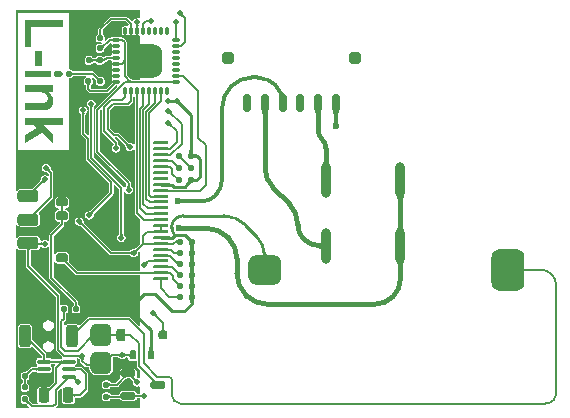
<source format=gtl>
G04*
G04 #@! TF.GenerationSoftware,Altium Limited,Altium Designer,18.1.7 (191)*
G04*
G04 Layer_Physical_Order=1*
G04 Layer_Color=255*
%FSLAX25Y25*%
%MOIN*%
G70*
G01*
G75*
%ADD11C,0.00600*%
%ADD15C,0.01000*%
%ADD16C,0.01500*%
G04:AMPARAMS|DCode=19|XSize=23.62mil|YSize=59.06mil|CornerRadius=5.91mil|HoleSize=0mil|Usage=FLASHONLY|Rotation=180.000|XOffset=0mil|YOffset=0mil|HoleType=Round|Shape=RoundedRectangle|*
%AMROUNDEDRECTD19*
21,1,0.02362,0.04724,0,0,180.0*
21,1,0.01181,0.05906,0,0,180.0*
1,1,0.01181,-0.00591,0.02362*
1,1,0.01181,0.00591,0.02362*
1,1,0.01181,0.00591,-0.02362*
1,1,0.01181,-0.00591,-0.02362*
%
%ADD19ROUNDEDRECTD19*%
G04:AMPARAMS|DCode=20|XSize=39.37mil|YSize=39.37mil|CornerRadius=9.84mil|HoleSize=0mil|Usage=FLASHONLY|Rotation=180.000|XOffset=0mil|YOffset=0mil|HoleType=Round|Shape=RoundedRectangle|*
%AMROUNDEDRECTD20*
21,1,0.03937,0.01968,0,0,180.0*
21,1,0.01968,0.03937,0,0,180.0*
1,1,0.01968,-0.00984,0.00984*
1,1,0.01968,0.00984,0.00984*
1,1,0.01968,0.00984,-0.00984*
1,1,0.01968,-0.00984,-0.00984*
%
%ADD20ROUNDEDRECTD20*%
G04:AMPARAMS|DCode=21|XSize=40mil|YSize=74mil|CornerRadius=10mil|HoleSize=0mil|Usage=FLASHONLY|Rotation=180.000|XOffset=0mil|YOffset=0mil|HoleType=Round|Shape=RoundedRectangle|*
%AMROUNDEDRECTD21*
21,1,0.04000,0.05400,0,0,180.0*
21,1,0.02000,0.07400,0,0,180.0*
1,1,0.02000,-0.01000,0.02700*
1,1,0.02000,0.01000,0.02700*
1,1,0.02000,0.01000,-0.02700*
1,1,0.02000,-0.01000,-0.02700*
%
%ADD21ROUNDEDRECTD21*%
G04:AMPARAMS|DCode=22|XSize=110mil|YSize=140mil|CornerRadius=27.5mil|HoleSize=0mil|Usage=FLASHONLY|Rotation=0.000|XOffset=0mil|YOffset=0mil|HoleType=Round|Shape=RoundedRectangle|*
%AMROUNDEDRECTD22*
21,1,0.11000,0.08500,0,0,0.0*
21,1,0.05500,0.14000,0,0,0.0*
1,1,0.05500,0.02750,-0.04250*
1,1,0.05500,-0.02750,-0.04250*
1,1,0.05500,-0.02750,0.04250*
1,1,0.05500,0.02750,0.04250*
%
%ADD22ROUNDEDRECTD22*%
G04:AMPARAMS|DCode=23|XSize=110mil|YSize=100mil|CornerRadius=25mil|HoleSize=0mil|Usage=FLASHONLY|Rotation=0.000|XOffset=0mil|YOffset=0mil|HoleType=Round|Shape=RoundedRectangle|*
%AMROUNDEDRECTD23*
21,1,0.11000,0.05000,0,0,0.0*
21,1,0.06000,0.10000,0,0,0.0*
1,1,0.05000,0.03000,-0.02500*
1,1,0.05000,-0.03000,-0.02500*
1,1,0.05000,-0.03000,0.02500*
1,1,0.05000,0.03000,0.02500*
%
%ADD23ROUNDEDRECTD23*%
G04:AMPARAMS|DCode=24|XSize=20mil|YSize=20mil|CornerRadius=5mil|HoleSize=0mil|Usage=FLASHONLY|Rotation=270.000|XOffset=0mil|YOffset=0mil|HoleType=Round|Shape=RoundedRectangle|*
%AMROUNDEDRECTD24*
21,1,0.02000,0.01000,0,0,270.0*
21,1,0.01000,0.02000,0,0,270.0*
1,1,0.01000,-0.00500,-0.00500*
1,1,0.01000,-0.00500,0.00500*
1,1,0.01000,0.00500,0.00500*
1,1,0.01000,0.00500,-0.00500*
%
%ADD24ROUNDEDRECTD24*%
G04:AMPARAMS|DCode=25|XSize=23.62mil|YSize=50mil|CornerRadius=5.91mil|HoleSize=0mil|Usage=FLASHONLY|Rotation=90.000|XOffset=0mil|YOffset=0mil|HoleType=Round|Shape=RoundedRectangle|*
%AMROUNDEDRECTD25*
21,1,0.02362,0.03819,0,0,90.0*
21,1,0.01181,0.05000,0,0,90.0*
1,1,0.01181,0.01909,0.00591*
1,1,0.01181,0.01909,-0.00591*
1,1,0.01181,-0.01909,-0.00591*
1,1,0.01181,-0.01909,0.00591*
%
%ADD25ROUNDEDRECTD25*%
G04:AMPARAMS|DCode=26|XSize=51.18mil|YSize=35.43mil|CornerRadius=8.86mil|HoleSize=0mil|Usage=FLASHONLY|Rotation=270.000|XOffset=0mil|YOffset=0mil|HoleType=Round|Shape=RoundedRectangle|*
%AMROUNDEDRECTD26*
21,1,0.05118,0.01772,0,0,270.0*
21,1,0.03347,0.03543,0,0,270.0*
1,1,0.01772,-0.00886,-0.01673*
1,1,0.01772,-0.00886,0.01673*
1,1,0.01772,0.00886,0.01673*
1,1,0.01772,0.00886,-0.01673*
%
%ADD26ROUNDEDRECTD26*%
G04:AMPARAMS|DCode=27|XSize=20mil|YSize=20mil|CornerRadius=5mil|HoleSize=0mil|Usage=FLASHONLY|Rotation=180.000|XOffset=0mil|YOffset=0mil|HoleType=Round|Shape=RoundedRectangle|*
%AMROUNDEDRECTD27*
21,1,0.02000,0.01000,0,0,180.0*
21,1,0.01000,0.02000,0,0,180.0*
1,1,0.01000,-0.00500,0.00500*
1,1,0.01000,0.00500,0.00500*
1,1,0.01000,0.00500,-0.00500*
1,1,0.01000,-0.00500,-0.00500*
%
%ADD27ROUNDEDRECTD27*%
G04:AMPARAMS|DCode=28|XSize=46mil|YSize=14mil|CornerRadius=3.5mil|HoleSize=0mil|Usage=FLASHONLY|Rotation=0.000|XOffset=0mil|YOffset=0mil|HoleType=Round|Shape=RoundedRectangle|*
%AMROUNDEDRECTD28*
21,1,0.04600,0.00700,0,0,0.0*
21,1,0.03900,0.01400,0,0,0.0*
1,1,0.00700,0.01950,-0.00350*
1,1,0.00700,-0.01950,-0.00350*
1,1,0.00700,-0.01950,0.00350*
1,1,0.00700,0.01950,0.00350*
%
%ADD28ROUNDEDRECTD28*%
G04:AMPARAMS|DCode=29|XSize=30mil|YSize=22mil|CornerRadius=5.5mil|HoleSize=0mil|Usage=FLASHONLY|Rotation=90.000|XOffset=0mil|YOffset=0mil|HoleType=Round|Shape=RoundedRectangle|*
%AMROUNDEDRECTD29*
21,1,0.03000,0.01100,0,0,90.0*
21,1,0.01900,0.02200,0,0,90.0*
1,1,0.01100,0.00550,0.00950*
1,1,0.01100,0.00550,-0.00950*
1,1,0.01100,-0.00550,-0.00950*
1,1,0.01100,-0.00550,0.00950*
%
%ADD29ROUNDEDRECTD29*%
G04:AMPARAMS|DCode=30|XSize=75mil|YSize=70mil|CornerRadius=17.5mil|HoleSize=0mil|Usage=FLASHONLY|Rotation=90.000|XOffset=0mil|YOffset=0mil|HoleType=Round|Shape=RoundedRectangle|*
%AMROUNDEDRECTD30*
21,1,0.07500,0.03500,0,0,90.0*
21,1,0.04000,0.07000,0,0,90.0*
1,1,0.03500,0.01750,0.02000*
1,1,0.03500,0.01750,-0.02000*
1,1,0.03500,-0.01750,-0.02000*
1,1,0.03500,-0.01750,0.02000*
%
%ADD30ROUNDEDRECTD30*%
G04:AMPARAMS|DCode=31|XSize=30mil|YSize=40mil|CornerRadius=7.5mil|HoleSize=0mil|Usage=FLASHONLY|Rotation=180.000|XOffset=0mil|YOffset=0mil|HoleType=Round|Shape=RoundedRectangle|*
%AMROUNDEDRECTD31*
21,1,0.03000,0.02500,0,0,180.0*
21,1,0.01500,0.04000,0,0,180.0*
1,1,0.01500,-0.00750,0.01250*
1,1,0.01500,0.00750,0.01250*
1,1,0.01500,0.00750,-0.01250*
1,1,0.01500,-0.00750,-0.01250*
%
%ADD31ROUNDEDRECTD31*%
G04:AMPARAMS|DCode=32|XSize=30mil|YSize=30mil|CornerRadius=7.5mil|HoleSize=0mil|Usage=FLASHONLY|Rotation=180.000|XOffset=0mil|YOffset=0mil|HoleType=Round|Shape=RoundedRectangle|*
%AMROUNDEDRECTD32*
21,1,0.03000,0.01500,0,0,180.0*
21,1,0.01500,0.03000,0,0,180.0*
1,1,0.01500,-0.00750,0.00750*
1,1,0.01500,0.00750,0.00750*
1,1,0.01500,0.00750,-0.00750*
1,1,0.01500,-0.00750,-0.00750*
%
%ADD32ROUNDEDRECTD32*%
G04:AMPARAMS|DCode=33|XSize=30mil|YSize=40mil|CornerRadius=7.5mil|HoleSize=0mil|Usage=FLASHONLY|Rotation=270.000|XOffset=0mil|YOffset=0mil|HoleType=Round|Shape=RoundedRectangle|*
%AMROUNDEDRECTD33*
21,1,0.03000,0.02500,0,0,270.0*
21,1,0.01500,0.04000,0,0,270.0*
1,1,0.01500,-0.01250,-0.00750*
1,1,0.01500,-0.01250,0.00750*
1,1,0.01500,0.01250,0.00750*
1,1,0.01500,0.01250,-0.00750*
%
%ADD33ROUNDEDRECTD33*%
G04:AMPARAMS|DCode=34|XSize=30mil|YSize=30mil|CornerRadius=7.5mil|HoleSize=0mil|Usage=FLASHONLY|Rotation=270.000|XOffset=0mil|YOffset=0mil|HoleType=Round|Shape=RoundedRectangle|*
%AMROUNDEDRECTD34*
21,1,0.03000,0.01500,0,0,270.0*
21,1,0.01500,0.03000,0,0,270.0*
1,1,0.01500,-0.00750,-0.00750*
1,1,0.01500,-0.00750,0.00750*
1,1,0.01500,0.00750,0.00750*
1,1,0.01500,0.00750,-0.00750*
%
%ADD34ROUNDEDRECTD34*%
G04:AMPARAMS|DCode=35|XSize=39.37mil|YSize=70mil|CornerRadius=9.84mil|HoleSize=0mil|Usage=FLASHONLY|Rotation=270.000|XOffset=0mil|YOffset=0mil|HoleType=Round|Shape=RoundedRectangle|*
%AMROUNDEDRECTD35*
21,1,0.03937,0.05031,0,0,270.0*
21,1,0.01968,0.07000,0,0,270.0*
1,1,0.01968,-0.02516,-0.00984*
1,1,0.01968,-0.02516,0.00984*
1,1,0.01968,0.02516,0.00984*
1,1,0.01968,0.02516,-0.00984*
%
%ADD35ROUNDEDRECTD35*%
G04:AMPARAMS|DCode=36|XSize=106.3mil|YSize=110.24mil|CornerRadius=26.57mil|HoleSize=0mil|Usage=FLASHONLY|Rotation=0.000|XOffset=0mil|YOffset=0mil|HoleType=Round|Shape=RoundedRectangle|*
%AMROUNDEDRECTD36*
21,1,0.10630,0.05709,0,0,0.0*
21,1,0.05315,0.11024,0,0,0.0*
1,1,0.05315,0.02657,-0.02854*
1,1,0.05315,-0.02657,-0.02854*
1,1,0.05315,-0.02657,0.02854*
1,1,0.05315,0.02657,0.02854*
%
%ADD36ROUNDEDRECTD36*%
G04:AMPARAMS|DCode=37|XSize=11.81mil|YSize=23.62mil|CornerRadius=2.95mil|HoleSize=0mil|Usage=FLASHONLY|Rotation=90.000|XOffset=0mil|YOffset=0mil|HoleType=Round|Shape=RoundedRectangle|*
%AMROUNDEDRECTD37*
21,1,0.01181,0.01772,0,0,90.0*
21,1,0.00591,0.02362,0,0,90.0*
1,1,0.00591,0.00886,0.00295*
1,1,0.00591,0.00886,-0.00295*
1,1,0.00591,-0.00886,-0.00295*
1,1,0.00591,-0.00886,0.00295*
%
%ADD37ROUNDEDRECTD37*%
G04:AMPARAMS|DCode=38|XSize=11.81mil|YSize=23.62mil|CornerRadius=2.95mil|HoleSize=0mil|Usage=FLASHONLY|Rotation=180.000|XOffset=0mil|YOffset=0mil|HoleType=Round|Shape=RoundedRectangle|*
%AMROUNDEDRECTD38*
21,1,0.01181,0.01772,0,0,180.0*
21,1,0.00591,0.02362,0,0,180.0*
1,1,0.00591,-0.00295,0.00886*
1,1,0.00591,0.00295,0.00886*
1,1,0.00591,0.00295,-0.00886*
1,1,0.00591,-0.00295,-0.00886*
%
%ADD38ROUNDEDRECTD38*%
G04:AMPARAMS|DCode=39|XSize=50mil|YSize=10mil|CornerRadius=2.5mil|HoleSize=0mil|Usage=FLASHONLY|Rotation=0.000|XOffset=0mil|YOffset=0mil|HoleType=Round|Shape=RoundedRectangle|*
%AMROUNDEDRECTD39*
21,1,0.05000,0.00500,0,0,0.0*
21,1,0.04500,0.01000,0,0,0.0*
1,1,0.00500,0.02250,-0.00250*
1,1,0.00500,-0.02250,-0.00250*
1,1,0.00500,-0.02250,0.00250*
1,1,0.00500,0.02250,0.00250*
%
%ADD39ROUNDEDRECTD39*%
G04:AMPARAMS|DCode=40|XSize=86mil|YSize=72mil|CornerRadius=18mil|HoleSize=0mil|Usage=FLASHONLY|Rotation=180.000|XOffset=0mil|YOffset=0mil|HoleType=Round|Shape=RoundedRectangle|*
%AMROUNDEDRECTD40*
21,1,0.08600,0.03600,0,0,180.0*
21,1,0.05000,0.07200,0,0,180.0*
1,1,0.03600,-0.02500,0.01800*
1,1,0.03600,0.02500,0.01800*
1,1,0.03600,0.02500,-0.01800*
1,1,0.03600,-0.02500,-0.01800*
%
%ADD40ROUNDEDRECTD40*%
G04:AMPARAMS|DCode=41|XSize=70mil|YSize=72mil|CornerRadius=17.5mil|HoleSize=0mil|Usage=FLASHONLY|Rotation=180.000|XOffset=0mil|YOffset=0mil|HoleType=Round|Shape=RoundedRectangle|*
%AMROUNDEDRECTD41*
21,1,0.07000,0.03700,0,0,180.0*
21,1,0.03500,0.07200,0,0,180.0*
1,1,0.03500,-0.01750,0.01850*
1,1,0.03500,0.01750,0.01850*
1,1,0.03500,0.01750,-0.01850*
1,1,0.03500,-0.01750,-0.01850*
%
%ADD41ROUNDEDRECTD41*%
%ADD68C,0.01575*%
%ADD69C,0.01400*%
%ADD70R,0.08517X0.02400*%
%ADD71O,0.03150X0.11811*%
%ADD72C,0.02000*%
%ADD73C,0.02362*%
G36*
X44402Y153880D02*
X44411Y153776D01*
X44426Y153676D01*
X44447Y153581D01*
X44475Y153491D01*
X44509Y153406D01*
X44550Y153325D01*
X44597Y153250D01*
X44651Y153179D01*
X44711Y153113D01*
X44287Y152689D01*
X44221Y152749D01*
X44150Y152803D01*
X44075Y152850D01*
X43994Y152891D01*
X43909Y152925D01*
X43819Y152953D01*
X43724Y152974D01*
X43624Y152989D01*
X43520Y152998D01*
X43410Y153000D01*
X44400Y153990D01*
X44402Y153880D01*
D02*
G37*
G36*
X30000Y152573D02*
X29500Y152283D01*
X29100Y152362D01*
X28554Y152253D01*
X28091Y151944D01*
X27781Y151481D01*
X27774Y151443D01*
X27231Y151278D01*
X26005Y152505D01*
X25773Y152659D01*
X25500Y152714D01*
X20200D01*
X19927Y152659D01*
X19695Y152505D01*
X16295Y149105D01*
X16141Y148873D01*
X16086Y148600D01*
Y147351D01*
X16067Y147308D01*
X16064Y147201D01*
X16058Y147122D01*
X16049Y147068D01*
X15949Y147048D01*
X15651Y146849D01*
X15452Y146551D01*
X15382Y146200D01*
Y145200D01*
X15452Y144849D01*
X15651Y144551D01*
X15949Y144352D01*
X16300Y144282D01*
X16980D01*
X17188Y143782D01*
X17119Y143714D01*
X17100Y143718D01*
X16100D01*
X15749Y143648D01*
X15451Y143449D01*
X15252Y143151D01*
X15182Y142800D01*
Y141800D01*
X15252Y141449D01*
X15451Y141151D01*
X15749Y140952D01*
X16100Y140882D01*
X17100D01*
X17451Y140952D01*
X17749Y141151D01*
X17948Y141449D01*
X18018Y141800D01*
Y142085D01*
X18036Y142125D01*
X18067Y142179D01*
X18108Y142239D01*
X18246Y142406D01*
X18334Y142498D01*
X18345Y142527D01*
X18372Y142543D01*
X18378Y142569D01*
X19979Y144170D01*
X20435Y144140D01*
X20481Y144092D01*
X20595Y143820D01*
X20559Y143767D01*
X20505Y143495D01*
Y142905D01*
X20559Y142633D01*
X20713Y142403D01*
Y141997D01*
X20559Y141767D01*
X20505Y141495D01*
Y140905D01*
X20559Y140633D01*
X20653Y140492D01*
X20666Y140375D01*
X20562Y140197D01*
X20344Y139933D01*
X20318Y139933D01*
X20274Y139914D01*
X19000D01*
X18727Y139859D01*
X18495Y139705D01*
X18195Y139405D01*
X17749Y139449D01*
X17451Y139648D01*
X17100Y139718D01*
X16100D01*
X15749Y139648D01*
X15451Y139449D01*
X15252Y139151D01*
X15232Y139050D01*
X15178Y139042D01*
X15099Y139035D01*
X14992Y139033D01*
X14949Y139014D01*
X14651D01*
X14608Y139033D01*
X14501Y139035D01*
X14422Y139042D01*
X14368Y139050D01*
X14348Y139151D01*
X14149Y139449D01*
X13851Y139648D01*
X13500Y139718D01*
X12500D01*
X12149Y139648D01*
X11851Y139449D01*
X11652Y139151D01*
X11582Y138800D01*
Y137800D01*
X11652Y137449D01*
X11851Y137151D01*
X12149Y136952D01*
X12500Y136882D01*
X13500D01*
X13851Y136952D01*
X14149Y137151D01*
X14348Y137449D01*
X14368Y137549D01*
X14422Y137558D01*
X14501Y137565D01*
X14608Y137567D01*
X14651Y137586D01*
X14949D01*
X14992Y137567D01*
X15099Y137565D01*
X15178Y137558D01*
X15232Y137549D01*
X15252Y137449D01*
X15451Y137151D01*
X15749Y136952D01*
X16100Y136882D01*
X17100D01*
X17451Y136952D01*
X17749Y137151D01*
X17948Y137449D01*
X17970Y137560D01*
X18028Y137566D01*
X18109Y137567D01*
X18196Y137605D01*
X18373Y137641D01*
X18605Y137795D01*
X19296Y138486D01*
X20268D01*
X20309Y138467D01*
X20344Y138466D01*
X20666Y138030D01*
X20653Y137908D01*
X20559Y137767D01*
X20505Y137495D01*
Y136905D01*
X20559Y136633D01*
X20713Y136404D01*
Y135996D01*
X20559Y135767D01*
X20505Y135495D01*
Y134905D01*
X20559Y134633D01*
X20713Y134404D01*
Y133996D01*
X20559Y133767D01*
X20505Y133495D01*
Y132905D01*
X20559Y132633D01*
X20713Y132404D01*
Y131997D01*
X20559Y131767D01*
X20505Y131495D01*
Y130905D01*
X20543Y130714D01*
X20541Y130710D01*
X20524Y130683D01*
X20436Y130575D01*
X20375Y130511D01*
X20358Y130467D01*
X18704Y128814D01*
X13796D01*
X13514Y129096D01*
Y129649D01*
X13533Y129692D01*
X13535Y129799D01*
X13542Y129878D01*
X13551Y129932D01*
X13651Y129952D01*
X13949Y130151D01*
X14148Y130449D01*
X14218Y130800D01*
Y131800D01*
X14148Y132151D01*
X13977Y132406D01*
X14366Y132725D01*
X15057Y132033D01*
X15073Y131991D01*
X15281Y131767D01*
X15347Y131685D01*
X15382Y131634D01*
Y131451D01*
X15382Y131449D01*
X15382Y131447D01*
Y130800D01*
X15452Y130449D01*
X15651Y130151D01*
X15949Y129952D01*
X16300Y129882D01*
X17300D01*
X17651Y129952D01*
X17949Y130151D01*
X18148Y130449D01*
X18218Y130800D01*
Y131800D01*
X18148Y132151D01*
X17949Y132449D01*
X17651Y132648D01*
X17300Y132718D01*
X16653D01*
X16651Y132719D01*
X16649Y132718D01*
X16465D01*
X16420Y132750D01*
X16227Y132913D01*
X16115Y133021D01*
X16071Y133039D01*
X14705Y134405D01*
X14473Y134559D01*
X14200Y134614D01*
X7851D01*
X7808Y134633D01*
X7701Y134635D01*
X7622Y134642D01*
X7568Y134651D01*
X7548Y134751D01*
X7349Y135049D01*
X7051Y135248D01*
X6700Y135318D01*
X6306D01*
Y154000D01*
X-10500D01*
Y108464D01*
X6270D01*
X6306Y108500D01*
Y132482D01*
X6700D01*
X7051Y132552D01*
X7349Y132751D01*
X7548Y133049D01*
X7568Y133150D01*
X7622Y133158D01*
X7701Y133165D01*
X7808Y133167D01*
X7851Y133186D01*
X12093D01*
X12142Y132686D01*
X11949Y132648D01*
X11651Y132449D01*
X11452Y132151D01*
X11382Y131800D01*
Y130800D01*
X11452Y130449D01*
X11651Y130151D01*
X11949Y129952D01*
X12049Y129932D01*
X12058Y129878D01*
X12065Y129799D01*
X12067Y129692D01*
X12086Y129649D01*
Y128800D01*
X12141Y128527D01*
X12295Y128295D01*
X12995Y127595D01*
X13227Y127441D01*
X13500Y127386D01*
X19000D01*
X19273Y127441D01*
X19505Y127595D01*
X21770Y129861D01*
X21814Y129878D01*
X21815Y129878D01*
X21815Y129879D01*
X21902Y129962D01*
X21942Y129996D01*
X22044Y130017D01*
X22198Y129994D01*
X22380Y129620D01*
X22383Y129594D01*
X22342Y129430D01*
X15295Y122384D01*
X15141Y122152D01*
X15086Y121879D01*
Y107900D01*
X15141Y107627D01*
X15295Y107395D01*
X25486Y97204D01*
Y96814D01*
X25468Y96773D01*
X25464Y96704D01*
X25458Y96655D01*
X25446Y96606D01*
X25430Y96557D01*
X25409Y96506D01*
X25381Y96454D01*
X25346Y96399D01*
X25304Y96342D01*
X25255Y96284D01*
X25188Y96214D01*
X25180Y96193D01*
X25006Y95933D01*
X24475Y96039D01*
X24474Y96048D01*
X24319Y96280D01*
X14514Y106085D01*
Y122286D01*
X14533Y122327D01*
X14536Y122396D01*
X14542Y122445D01*
X14554Y122494D01*
X14570Y122543D01*
X14591Y122594D01*
X14619Y122646D01*
X14654Y122701D01*
X14695Y122758D01*
X14745Y122816D01*
X14812Y122886D01*
X14820Y122907D01*
X15119Y123354D01*
X15227Y123900D01*
X15119Y124446D01*
X14809Y124909D01*
X14346Y125219D01*
X13800Y125327D01*
X13254Y125219D01*
X12791Y124909D01*
X12481Y124446D01*
X12373Y123900D01*
X12481Y123354D01*
X12780Y122907D01*
X12788Y122886D01*
X12855Y122816D01*
X12904Y122758D01*
X12946Y122701D01*
X12981Y122646D01*
X13009Y122594D01*
X13030Y122543D01*
X13046Y122494D01*
X13058Y122445D01*
X13064Y122396D01*
X13068Y122327D01*
X13086Y122286D01*
Y113562D01*
X12624Y113371D01*
X11814Y114181D01*
Y119986D01*
X11833Y120027D01*
X11836Y120096D01*
X11842Y120145D01*
X11853Y120194D01*
X11870Y120243D01*
X11891Y120294D01*
X11919Y120346D01*
X11954Y120401D01*
X11996Y120458D01*
X12045Y120516D01*
X12112Y120586D01*
X12120Y120607D01*
X12419Y121054D01*
X12527Y121600D01*
X12419Y122146D01*
X12109Y122609D01*
X11646Y122919D01*
X11100Y123027D01*
X10554Y122919D01*
X10091Y122609D01*
X9781Y122146D01*
X9673Y121600D01*
X9781Y121054D01*
X10080Y120607D01*
X10088Y120586D01*
X10155Y120516D01*
X10204Y120458D01*
X10246Y120401D01*
X10281Y120346D01*
X10309Y120294D01*
X10330Y120243D01*
X10346Y120194D01*
X10358Y120145D01*
X10364Y120096D01*
X10368Y120027D01*
X10386Y119986D01*
Y113886D01*
X10441Y113613D01*
X10595Y113381D01*
X12086Y111890D01*
Y105375D01*
X12141Y105102D01*
X12295Y104870D01*
X19786Y97379D01*
Y94296D01*
X13749Y88258D01*
X13707Y88243D01*
X13656Y88196D01*
X13616Y88166D01*
X13574Y88140D01*
X13528Y88116D01*
X13476Y88095D01*
X13420Y88078D01*
X13356Y88064D01*
X13287Y88053D01*
X13210Y88047D01*
X13114Y88045D01*
X13093Y88036D01*
X12566Y87931D01*
X12103Y87622D01*
X11794Y87159D01*
X11685Y86612D01*
X11794Y86066D01*
X12103Y85603D01*
X12566Y85294D01*
X13112Y85185D01*
X13658Y85294D01*
X14122Y85603D01*
X14431Y86066D01*
X14536Y86593D01*
X14545Y86614D01*
X14547Y86710D01*
X14553Y86787D01*
X14564Y86857D01*
X14578Y86920D01*
X14595Y86976D01*
X14616Y87028D01*
X14640Y87074D01*
X14666Y87116D01*
X14696Y87156D01*
X14743Y87207D01*
X14758Y87249D01*
X21005Y93495D01*
X21159Y93727D01*
X21214Y94000D01*
Y96713D01*
X21676Y96904D01*
X23100Y95480D01*
Y80814D01*
X23082Y80773D01*
X23079Y80704D01*
X23072Y80655D01*
X23061Y80606D01*
X23044Y80557D01*
X23023Y80506D01*
X22995Y80454D01*
X22961Y80399D01*
X22919Y80342D01*
X22869Y80284D01*
X22802Y80214D01*
X22794Y80193D01*
X22495Y79746D01*
X22387Y79200D01*
X22495Y78654D01*
X22805Y78191D01*
X23268Y77881D01*
X23814Y77773D01*
X24361Y77881D01*
X24824Y78191D01*
X25133Y78654D01*
X25242Y79200D01*
X25133Y79746D01*
X24835Y80193D01*
X24826Y80214D01*
X24759Y80284D01*
X24710Y80342D01*
X24668Y80399D01*
X24633Y80454D01*
X24606Y80506D01*
X24584Y80557D01*
X24568Y80606D01*
X24556Y80655D01*
X24550Y80704D01*
X24547Y80773D01*
X24528Y80814D01*
Y94283D01*
X25028Y94434D01*
X25191Y94191D01*
X25654Y93881D01*
X26200Y93773D01*
X26746Y93881D01*
X27209Y94191D01*
X27519Y94654D01*
X27627Y95200D01*
X27519Y95746D01*
X27220Y96193D01*
X27212Y96214D01*
X27145Y96284D01*
X27095Y96342D01*
X27054Y96399D01*
X27019Y96454D01*
X26991Y96506D01*
X26970Y96557D01*
X26954Y96606D01*
X26942Y96655D01*
X26936Y96704D01*
X26932Y96773D01*
X26914Y96814D01*
Y97500D01*
X26859Y97773D01*
X26705Y98005D01*
X16514Y108196D01*
Y121551D01*
X16830Y121809D01*
X17286Y121611D01*
Y114800D01*
X17341Y114527D01*
X17495Y114295D01*
X21265Y110525D01*
X21264Y110504D01*
X21258Y110455D01*
X21246Y110406D01*
X21230Y110357D01*
X21209Y110306D01*
X21181Y110254D01*
X21146Y110199D01*
X21104Y110142D01*
X21055Y110084D01*
X20988Y110014D01*
X20980Y109993D01*
X20681Y109546D01*
X20573Y109000D01*
X20681Y108454D01*
X20991Y107991D01*
X21454Y107681D01*
X22000Y107573D01*
X22546Y107681D01*
X23009Y107991D01*
X23319Y108454D01*
X23427Y109000D01*
X23319Y109546D01*
X23020Y109993D01*
X23012Y110014D01*
X22945Y110084D01*
X22896Y110142D01*
X22854Y110199D01*
X22819Y110254D01*
X22791Y110306D01*
X22770Y110357D01*
X22754Y110406D01*
X22742Y110455D01*
X22736Y110504D01*
X22733Y110573D01*
X22714Y110614D01*
Y110800D01*
X22659Y111073D01*
X22505Y111305D01*
X21623Y112186D01*
X21830Y112686D01*
X22304D01*
X24954Y110036D01*
X24970Y109995D01*
X25016Y109943D01*
X25046Y109904D01*
X25073Y109862D01*
X25096Y109815D01*
X25117Y109764D01*
X25134Y109707D01*
X25149Y109644D01*
X25159Y109574D01*
X25165Y109498D01*
X25167Y109402D01*
X25177Y109380D01*
X25281Y108854D01*
X25591Y108391D01*
X26054Y108081D01*
X26600Y107973D01*
X27146Y108081D01*
X27609Y108391D01*
X27622Y108409D01*
X28302Y108527D01*
X28386Y108464D01*
Y87300D01*
X28441Y87027D01*
X28595Y86795D01*
X30000Y85391D01*
Y77241D01*
X29932Y77168D01*
X29916Y77126D01*
X28536Y75746D01*
X28495Y75731D01*
X28443Y75684D01*
X28404Y75654D01*
X28362Y75627D01*
X28315Y75604D01*
X28264Y75583D01*
X28207Y75566D01*
X28144Y75551D01*
X28074Y75541D01*
X27998Y75535D01*
X27902Y75533D01*
X27880Y75524D01*
X27354Y75419D01*
X26907Y75120D01*
X26886Y75112D01*
X26816Y75045D01*
X26758Y74996D01*
X26701Y74954D01*
X26646Y74919D01*
X26594Y74891D01*
X26543Y74870D01*
X26494Y74854D01*
X26445Y74842D01*
X26396Y74836D01*
X26327Y74832D01*
X26286Y74814D01*
X20596D01*
X11446Y83964D01*
X11430Y84005D01*
X11384Y84057D01*
X11354Y84096D01*
X11327Y84138D01*
X11304Y84185D01*
X11283Y84236D01*
X11266Y84293D01*
X11251Y84356D01*
X11241Y84426D01*
X11235Y84502D01*
X11233Y84598D01*
X11224Y84620D01*
X11119Y85146D01*
X10809Y85609D01*
X10346Y85919D01*
X9800Y86027D01*
X9254Y85919D01*
X8791Y85609D01*
X8481Y85146D01*
X8373Y84600D01*
X8481Y84054D01*
X8791Y83591D01*
X9254Y83281D01*
X9780Y83176D01*
X9802Y83167D01*
X9898Y83165D01*
X9974Y83159D01*
X10044Y83149D01*
X10107Y83134D01*
X10164Y83117D01*
X10215Y83096D01*
X10262Y83073D01*
X10304Y83046D01*
X10343Y83016D01*
X10395Y82969D01*
X10436Y82954D01*
X19795Y73595D01*
X20027Y73441D01*
X20300Y73386D01*
X26286D01*
X26327Y73368D01*
X26396Y73364D01*
X26445Y73358D01*
X26494Y73347D01*
X26543Y73330D01*
X26594Y73309D01*
X26646Y73281D01*
X26701Y73246D01*
X26758Y73204D01*
X26816Y73155D01*
X26886Y73088D01*
X26907Y73080D01*
X27354Y72781D01*
X27900Y72673D01*
X28446Y72781D01*
X28909Y73091D01*
X29219Y73554D01*
X29324Y74080D01*
X29333Y74102D01*
X29335Y74198D01*
X29341Y74274D01*
X29345Y74300D01*
X29500Y74416D01*
X29724Y74363D01*
X29860Y74282D01*
X30000Y74111D01*
Y68045D01*
X9465D01*
X6491Y71019D01*
X6473Y71063D01*
X6376Y71164D01*
X6306Y71245D01*
X6300Y71252D01*
X6333Y71301D01*
X6423Y71750D01*
Y73250D01*
X6333Y73699D01*
X6079Y74079D01*
X5699Y74333D01*
X5250Y74423D01*
X2750D01*
X2301Y74333D01*
X1921Y74079D01*
X1714Y73769D01*
X1425Y73781D01*
X1214Y73852D01*
Y79904D01*
X4505Y83195D01*
X4659Y83427D01*
X4714Y83700D01*
Y84343D01*
X4733Y84386D01*
X4735Y84490D01*
X4742Y84564D01*
X4744Y84578D01*
X5250D01*
X5699Y84667D01*
X6079Y84921D01*
X6333Y85301D01*
X6423Y85750D01*
Y87250D01*
X6333Y87699D01*
X6079Y88079D01*
X5699Y88333D01*
X5262Y88420D01*
X5200Y88514D01*
X5072Y88750D01*
X5200Y88986D01*
X5262Y89080D01*
X5699Y89167D01*
X6079Y89421D01*
X6333Y89801D01*
X6423Y90250D01*
Y91750D01*
X6333Y92199D01*
X6079Y92579D01*
X5699Y92833D01*
X5250Y92923D01*
X2750D01*
X2301Y92833D01*
X1921Y92579D01*
X1667Y92199D01*
X1578Y91750D01*
Y90250D01*
X1667Y89801D01*
X1921Y89421D01*
X2301Y89167D01*
X2738Y89080D01*
X2800Y88986D01*
X2928Y88750D01*
X2800Y88514D01*
X2738Y88420D01*
X2301Y88333D01*
X1921Y88079D01*
X1667Y87699D01*
X1578Y87250D01*
Y85750D01*
X1667Y85301D01*
X1921Y84921D01*
X2301Y84667D01*
X2750Y84578D01*
X3256D01*
X3258Y84564D01*
X3264Y84490D01*
X3267Y84386D01*
X3286Y84343D01*
Y83996D01*
X-5Y80705D01*
X-159Y80473D01*
X-214Y80200D01*
Y78246D01*
X-714Y78094D01*
X-791Y78209D01*
X-1254Y78519D01*
X-1800Y78627D01*
X-2346Y78519D01*
X-2773Y78234D01*
X-3050Y78289D01*
X-3153Y78332D01*
X-3223Y78380D01*
X-3293Y78451D01*
X-3297Y78457D01*
X-3380Y78876D01*
X-3686Y79334D01*
X-4144Y79640D01*
X-4684Y79748D01*
X-9716D01*
X-10256Y79640D01*
X-10714Y79334D01*
X-10882Y79082D01*
X-11382Y79233D01*
Y83344D01*
X-10882Y83496D01*
X-10714Y83244D01*
X-10256Y82938D01*
X-9716Y82830D01*
X-4684D01*
X-4144Y82938D01*
X-3686Y83244D01*
X-3380Y83702D01*
X-3273Y84242D01*
Y86210D01*
X-3380Y86750D01*
X-3686Y87208D01*
X-3733Y87684D01*
X918Y92335D01*
X1073Y92567D01*
X1127Y92840D01*
Y100784D01*
X1073Y101057D01*
X918Y101289D01*
X443Y101764D01*
X428Y101805D01*
X381Y101857D01*
X351Y101896D01*
X325Y101938D01*
X301Y101985D01*
X281Y102036D01*
X263Y102093D01*
X249Y102156D01*
X239Y102226D01*
X232Y102302D01*
X231Y102398D01*
X221Y102420D01*
X117Y102946D01*
X-193Y103409D01*
X-656Y103719D01*
X-1202Y103827D01*
X-1749Y103719D01*
X-2212Y103409D01*
X-2521Y102946D01*
X-2630Y102400D01*
X-2521Y101854D01*
X-2212Y101391D01*
X-1749Y101081D01*
X-1222Y100977D01*
X-1201Y100967D01*
X-1104Y100965D01*
X-1028Y100959D01*
X-958Y100949D01*
X-895Y100934D01*
X-838Y100917D01*
X-787Y100896D01*
X-741Y100873D01*
X-698Y100846D01*
X-659Y100816D01*
X-608Y100769D01*
X-566Y100754D01*
X-300Y100488D01*
Y99904D01*
X-417Y99815D01*
X-800Y99682D01*
X-1154Y99919D01*
X-1700Y100027D01*
X-2246Y99919D01*
X-2709Y99609D01*
X-3019Y99146D01*
X-3124Y98620D01*
X-3133Y98598D01*
X-3135Y98502D01*
X-3141Y98426D01*
X-3151Y98356D01*
X-3166Y98293D01*
X-3183Y98236D01*
X-3204Y98185D01*
X-3227Y98138D01*
X-3254Y98096D01*
X-3284Y98057D01*
X-3331Y98005D01*
X-3346Y97964D01*
X-5479Y95830D01*
X-5523Y95813D01*
X-5604Y95736D01*
X-5675Y95675D01*
X-5741Y95625D01*
X-5802Y95584D01*
X-5859Y95552D01*
X-5909Y95529D01*
X-5954Y95512D01*
X-5994Y95503D01*
X-6028Y95498D01*
X-6084Y95496D01*
X-6086Y95496D01*
X-9716D01*
X-10256Y95388D01*
X-10714Y95082D01*
X-10882Y94830D01*
X-11382Y94982D01*
Y155082D01*
X30000D01*
Y152573D01*
D02*
G37*
G36*
X32788Y150817D02*
X32744Y150871D01*
X32695Y150919D01*
X32640Y150961D01*
X32580Y150998D01*
X32514Y151029D01*
X32443Y151055D01*
X32365Y151075D01*
X32283Y151089D01*
X32194Y151097D01*
X32100Y151100D01*
Y151700D01*
X32194Y151703D01*
X32283Y151711D01*
X32365Y151725D01*
X32443Y151745D01*
X32514Y151771D01*
X32580Y151802D01*
X32640Y151839D01*
X32695Y151881D01*
X32744Y151929D01*
X32788Y151983D01*
Y150817D01*
D02*
G37*
G36*
X26185Y150306D02*
X26145Y149853D01*
X25767Y149674D01*
X25667Y149741D01*
X25395Y149795D01*
X24805D01*
X24533Y149741D01*
X24304Y149587D01*
X24150Y149357D01*
X24096Y149086D01*
Y147314D01*
X24150Y147043D01*
X24304Y146813D01*
X24533Y146659D01*
X24805Y146605D01*
X25395D01*
X25667Y146659D01*
X25896Y146813D01*
X26303D01*
X26533Y146659D01*
X26805Y146605D01*
X27395D01*
X27667Y146659D01*
X27896Y146813D01*
X28304D01*
X28533Y146659D01*
X28805Y146605D01*
X29395D01*
X29500Y146626D01*
X29915Y146378D01*
X30000Y146281D01*
Y131914D01*
X27498D01*
X27465Y131931D01*
X27452Y131927D01*
X27440Y131933D01*
X27338Y131936D01*
X27256Y131945D01*
X27178Y131960D01*
X27105Y131981D01*
X27034Y132006D01*
X26966Y132038D01*
X26899Y132076D01*
X26834Y132120D01*
X26770Y132172D01*
X26695Y132241D01*
X26652Y132257D01*
X25614Y133296D01*
Y138127D01*
X25631Y138160D01*
X25614Y138216D01*
Y144300D01*
X25559Y144573D01*
X25405Y144805D01*
X24505Y145705D01*
X24273Y145859D01*
X24000Y145914D01*
X23932D01*
X23891Y145933D01*
X23703Y145940D01*
X23642Y145947D01*
X23589Y145956D01*
X23550Y145966D01*
X23525Y145974D01*
X23517Y145978D01*
X23504Y145989D01*
X23503Y145989D01*
X23496Y146006D01*
X23436Y146030D01*
X23257Y146150D01*
X22986Y146204D01*
X21214D01*
X20943Y146150D01*
X20764Y146030D01*
X20704Y146006D01*
X20697Y145989D01*
X20696Y145989D01*
X20683Y145978D01*
X20675Y145974D01*
X20650Y145966D01*
X20611Y145956D01*
X20564Y145948D01*
X20410Y145935D01*
X20318Y145933D01*
X20274Y145914D01*
X20000D01*
X19727Y145859D01*
X19495Y145705D01*
X18662Y144871D01*
X18201Y145118D01*
X18218Y145200D01*
Y146200D01*
X18148Y146551D01*
X17949Y146849D01*
X17651Y147048D01*
X17551Y147068D01*
X17542Y147122D01*
X17536Y147201D01*
X17533Y147308D01*
X17514Y147351D01*
Y148304D01*
X20496Y151286D01*
X25204D01*
X26185Y150306D01*
D02*
G37*
G36*
X42624Y150142D02*
X42556Y150061D01*
X42496Y149980D01*
X42444Y149898D01*
X42400Y149814D01*
X42364Y149730D01*
X42336Y149644D01*
X42316Y149558D01*
X42304Y149470D01*
X42300Y149381D01*
X41700D01*
X41696Y149470D01*
X41684Y149558D01*
X41664Y149644D01*
X41636Y149730D01*
X41600Y149814D01*
X41556Y149898D01*
X41504Y149980D01*
X41444Y150061D01*
X41376Y150142D01*
X41300Y150221D01*
X42700D01*
X42624Y150142D01*
D02*
G37*
G36*
X31402Y149868D02*
X31418Y149681D01*
X31432Y149600D01*
X31450Y149528D01*
X31472Y149463D01*
X31498Y149408D01*
X31528Y149360D01*
X31562Y149321D01*
X31600Y149290D01*
X30601D01*
X30638Y149321D01*
X30672Y149360D01*
X30702Y149408D01*
X30728Y149463D01*
X30750Y149528D01*
X30768Y149600D01*
X30782Y149681D01*
X30792Y149770D01*
X30800Y149974D01*
X31400D01*
X31402Y149868D01*
D02*
G37*
G36*
X29724Y150142D02*
X29656Y150061D01*
X29596Y149980D01*
X29544Y149898D01*
X29500Y149814D01*
X29464Y149730D01*
X29436Y149644D01*
X29429Y149615D01*
X29432Y149600D01*
X29450Y149528D01*
X29472Y149463D01*
X29498Y149408D01*
X29528Y149360D01*
X29562Y149321D01*
X29599Y149290D01*
X28600D01*
X28638Y149321D01*
X28672Y149360D01*
X28702Y149408D01*
X28728Y149463D01*
X28750Y149528D01*
X28768Y149600D01*
X28771Y149615D01*
X28764Y149644D01*
X28736Y149730D01*
X28700Y149814D01*
X28656Y149898D01*
X28604Y149980D01*
X28544Y150061D01*
X28476Y150142D01*
X28400Y150221D01*
X29800D01*
X29724Y150142D01*
D02*
G37*
G36*
X27402Y149868D02*
X27418Y149681D01*
X27432Y149600D01*
X27450Y149528D01*
X27472Y149463D01*
X27498Y149408D01*
X27528Y149360D01*
X27562Y149321D01*
X27599Y149290D01*
X26601D01*
X26638Y149321D01*
X26672Y149360D01*
X26702Y149408D01*
X26728Y149463D01*
X26750Y149528D01*
X26768Y149600D01*
X26782Y149681D01*
X26792Y149770D01*
X26800Y149974D01*
X27400D01*
X27402Y149868D01*
D02*
G37*
G36*
X17103Y147178D02*
X17112Y147070D01*
X17127Y146975D01*
X17148Y146893D01*
X17174Y146824D01*
X17207Y146767D01*
X17246Y146723D01*
X17290Y146691D01*
X17341Y146672D01*
X17398Y146666D01*
X16202D01*
X16259Y146672D01*
X16309Y146691D01*
X16354Y146723D01*
X16393Y146767D01*
X16426Y146824D01*
X16452Y146893D01*
X16473Y146975D01*
X16488Y147070D01*
X16497Y147178D01*
X16500Y147298D01*
X17100D01*
X17103Y147178D01*
D02*
G37*
G36*
X42303Y146268D02*
X42312Y146164D01*
X42327Y146072D01*
X42348Y145992D01*
X42375Y145925D01*
X42408Y145870D01*
X42447Y145827D01*
X42492Y145797D01*
X42543Y145778D01*
X42600Y145772D01*
X41400D01*
X41457Y145778D01*
X41508Y145797D01*
X41553Y145827D01*
X41592Y145870D01*
X41625Y145925D01*
X41652Y145992D01*
X41673Y146072D01*
X41688Y146164D01*
X41697Y146268D01*
X41700Y146384D01*
X42300D01*
X42303Y146268D01*
D02*
G37*
G36*
X23221Y145662D02*
X23260Y145628D01*
X23308Y145598D01*
X23363Y145572D01*
X23428Y145550D01*
X23500Y145532D01*
X23581Y145518D01*
X23670Y145508D01*
X23874Y145500D01*
Y144900D01*
X23768Y144898D01*
X23581Y144882D01*
X23500Y144868D01*
X23428Y144850D01*
X23363Y144828D01*
X23308Y144802D01*
X23260Y144772D01*
X23221Y144738D01*
X23190Y144701D01*
Y145700D01*
X23221Y145662D01*
D02*
G37*
G36*
X21010Y144701D02*
X20979Y144738D01*
X20940Y144772D01*
X20892Y144802D01*
X20837Y144828D01*
X20772Y144850D01*
X20700Y144868D01*
X20619Y144882D01*
X20530Y144892D01*
X20326Y144900D01*
Y145500D01*
X20432Y145502D01*
X20619Y145518D01*
X20700Y145532D01*
X20772Y145550D01*
X20837Y145572D01*
X20892Y145598D01*
X20940Y145628D01*
X20979Y145662D01*
X21010Y145700D01*
Y144701D01*
D02*
G37*
G36*
X18022Y142798D02*
X17923Y142694D01*
X17762Y142500D01*
X17700Y142409D01*
X17650Y142323D01*
X17612Y142240D01*
X17587Y142161D01*
X17574Y142086D01*
X17574Y142016D01*
X17586Y141949D01*
X17222Y143261D01*
X17245Y143205D01*
X17278Y143168D01*
X17321Y143149D01*
X17375Y143148D01*
X17438Y143166D01*
X17512Y143202D01*
X17595Y143257D01*
X17689Y143330D01*
X17793Y143421D01*
X17906Y143531D01*
X18022Y142798D01*
D02*
G37*
G36*
X43120Y143662D02*
X43157Y143628D01*
X43201Y143598D01*
X43252Y143572D01*
X43309Y143550D01*
X43374Y143532D01*
X43445Y143518D01*
X43523Y143508D01*
X43608Y143502D01*
X43700Y143500D01*
Y142900D01*
X43608Y142898D01*
X43445Y142882D01*
X43374Y142868D01*
X43309Y142850D01*
X43252Y142828D01*
X43201Y142802D01*
X43157Y142772D01*
X43120Y142738D01*
X43090Y142701D01*
Y143700D01*
X43120Y143662D01*
D02*
G37*
G36*
X21010Y138700D02*
X20979Y138738D01*
X20940Y138772D01*
X20892Y138802D01*
X20837Y138828D01*
X20772Y138850D01*
X20700Y138868D01*
X20619Y138882D01*
X20530Y138892D01*
X20326Y138900D01*
Y139500D01*
X20432Y139502D01*
X20619Y139518D01*
X20700Y139532D01*
X20772Y139550D01*
X20837Y139572D01*
X20892Y139598D01*
X20940Y139628D01*
X20979Y139662D01*
X21010Y139699D01*
Y138700D01*
D02*
G37*
G36*
X17591Y138762D02*
X17606Y138728D01*
X17632Y138698D01*
X17668Y138672D01*
X17714Y138650D01*
X17771Y138632D01*
X17838Y138618D01*
X17915Y138608D01*
X18002Y138602D01*
X18100Y138600D01*
Y138000D01*
X18002Y137998D01*
X17838Y137982D01*
X17771Y137968D01*
X17714Y137950D01*
X17668Y137928D01*
X17632Y137902D01*
X17606Y137872D01*
X17591Y137838D01*
X17585Y137800D01*
Y138800D01*
X17591Y138762D01*
D02*
G37*
G36*
X15634Y137702D02*
X15628Y137759D01*
X15609Y137810D01*
X15577Y137854D01*
X15533Y137893D01*
X15476Y137926D01*
X15407Y137952D01*
X15325Y137973D01*
X15230Y137988D01*
X15123Y137997D01*
X15002Y138000D01*
Y138600D01*
X15123Y138603D01*
X15230Y138612D01*
X15325Y138627D01*
X15407Y138648D01*
X15476Y138674D01*
X15533Y138707D01*
X15577Y138746D01*
X15609Y138791D01*
X15628Y138841D01*
X15634Y138898D01*
Y137702D01*
D02*
G37*
G36*
X13972Y138841D02*
X13991Y138791D01*
X14023Y138746D01*
X14067Y138707D01*
X14124Y138674D01*
X14193Y138648D01*
X14275Y138627D01*
X14370Y138612D01*
X14478Y138603D01*
X14598Y138600D01*
Y138000D01*
X14478Y137997D01*
X14370Y137988D01*
X14275Y137973D01*
X14193Y137952D01*
X14124Y137926D01*
X14067Y137893D01*
X14023Y137854D01*
X13991Y137810D01*
X13972Y137759D01*
X13966Y137702D01*
Y138898D01*
X13972Y138841D01*
D02*
G37*
G36*
X25200Y138200D02*
X24600Y136876D01*
X24596Y136986D01*
X24583Y137075D01*
X24562Y137144D01*
X24532Y137192D01*
X24494Y137220D01*
X24447Y137227D01*
X24392Y137214D01*
X24329Y137180D01*
X24256Y137126D01*
X24176Y137051D01*
Y137900D01*
X24256Y137987D01*
X24329Y138077D01*
X24392Y138170D01*
X24447Y138268D01*
X24494Y138368D01*
X24532Y138472D01*
X24562Y138580D01*
X24583Y138691D01*
X24596Y138806D01*
X24600Y138924D01*
X25200Y138200D01*
D02*
G37*
G36*
X23221Y137662D02*
X23260Y137628D01*
X23308Y137598D01*
X23363Y137572D01*
X23428Y137550D01*
X23500Y137532D01*
X23581Y137518D01*
X23670Y137508D01*
X23874Y137500D01*
Y136900D01*
X23768Y136898D01*
X23581Y136882D01*
X23500Y136868D01*
X23428Y136850D01*
X23363Y136828D01*
X23308Y136802D01*
X23260Y136772D01*
X23221Y136738D01*
X23190Y136700D01*
Y137699D01*
X23221Y137662D01*
D02*
G37*
G36*
X7172Y134441D02*
X7191Y134390D01*
X7223Y134346D01*
X7267Y134307D01*
X7324Y134274D01*
X7393Y134248D01*
X7475Y134227D01*
X7570Y134212D01*
X7677Y134203D01*
X7798Y134200D01*
Y133600D01*
X7677Y133597D01*
X7570Y133588D01*
X7475Y133573D01*
X7393Y133552D01*
X7324Y133526D01*
X7267Y133493D01*
X7223Y133454D01*
X7191Y133410D01*
X7172Y133359D01*
X7166Y133302D01*
Y134498D01*
X7172Y134441D01*
D02*
G37*
G36*
X43121Y133662D02*
X43160Y133628D01*
X43208Y133598D01*
X43263Y133572D01*
X43328Y133550D01*
X43400Y133532D01*
X43481Y133518D01*
X43570Y133508D01*
X43774Y133500D01*
Y132900D01*
X43668Y132898D01*
X43481Y132882D01*
X43400Y132868D01*
X43328Y132850D01*
X43263Y132828D01*
X43208Y132802D01*
X43160Y132772D01*
X43121Y132738D01*
X43090Y132701D01*
Y133700D01*
X43121Y133662D01*
D02*
G37*
G36*
X15936Y132592D02*
X16155Y132407D01*
X16251Y132339D01*
X16339Y132289D01*
X16418Y132255D01*
X16489Y132237D01*
X16552Y132237D01*
X16605Y132253D01*
X16651Y132286D01*
X15814Y131449D01*
X15847Y131494D01*
X15863Y131549D01*
X15863Y131611D01*
X15845Y131682D01*
X15811Y131761D01*
X15761Y131849D01*
X15693Y131945D01*
X15609Y132050D01*
X15390Y132285D01*
X15815Y132710D01*
X15936Y132592D01*
D02*
G37*
G36*
X26487Y131844D02*
X26577Y131772D01*
X26670Y131708D01*
X26768Y131653D01*
X26868Y131606D01*
X26972Y131568D01*
X27080Y131538D01*
X27191Y131517D01*
X27306Y131504D01*
X27424Y131500D01*
X26700Y130900D01*
X25376Y131500D01*
X25486Y131504D01*
X25575Y131517D01*
X25644Y131538D01*
X25692Y131568D01*
X25720Y131606D01*
X25727Y131653D01*
X25714Y131708D01*
X25680Y131772D01*
X25626Y131844D01*
X25552Y131924D01*
X26400D01*
X26487Y131844D01*
D02*
G37*
G36*
X40910Y130701D02*
X40879Y130738D01*
X40840Y130772D01*
X40792Y130802D01*
X40737Y130828D01*
X40672Y130850D01*
X40600Y130868D01*
X40519Y130882D01*
X40430Y130892D01*
X40226Y130900D01*
Y131500D01*
X40332Y131502D01*
X40519Y131518D01*
X40600Y131532D01*
X40672Y131550D01*
X40737Y131572D01*
X40792Y131598D01*
X40840Y131628D01*
X40879Y131662D01*
X40910Y131700D01*
Y130701D01*
D02*
G37*
G36*
X22364Y130628D02*
X22289Y130631D01*
X22212Y130624D01*
X22133Y130607D01*
X22052Y130579D01*
X21968Y130541D01*
X21882Y130492D01*
X21794Y130432D01*
X21703Y130363D01*
X21611Y130282D01*
X21516Y130192D01*
X20688Y130212D01*
X20760Y130288D01*
X20874Y130428D01*
X20916Y130492D01*
X20947Y130552D01*
X20968Y130608D01*
X20978Y130661D01*
X20978Y130709D01*
X20968Y130754D01*
X20947Y130794D01*
X22364Y130628D01*
D02*
G37*
G36*
X13341Y130328D02*
X13291Y130309D01*
X13246Y130277D01*
X13207Y130233D01*
X13174Y130176D01*
X13148Y130107D01*
X13127Y130025D01*
X13112Y129930D01*
X13103Y129823D01*
X13100Y129702D01*
X12500D01*
X12497Y129823D01*
X12488Y129930D01*
X12473Y130025D01*
X12452Y130107D01*
X12426Y130176D01*
X12393Y130233D01*
X12354Y130277D01*
X12309Y130309D01*
X12259Y130328D01*
X12202Y130334D01*
X13398D01*
X13341Y130328D01*
D02*
G37*
G36*
X37562Y127079D02*
X37528Y127040D01*
X37498Y126992D01*
X37472Y126937D01*
X37450Y126872D01*
X37432Y126800D01*
X37418Y126719D01*
X37408Y126630D01*
X37400Y126426D01*
X36800D01*
X36798Y126532D01*
X36782Y126719D01*
X36768Y126800D01*
X36750Y126872D01*
X36728Y126937D01*
X36702Y126992D01*
X36672Y127040D01*
X36638Y127079D01*
X36601Y127110D01*
X37600D01*
X37562Y127079D01*
D02*
G37*
G36*
X35562D02*
X35528Y127040D01*
X35498Y126992D01*
X35472Y126937D01*
X35450Y126872D01*
X35432Y126800D01*
X35418Y126719D01*
X35408Y126630D01*
X35400Y126426D01*
X34800D01*
X34798Y126532D01*
X34782Y126719D01*
X34768Y126800D01*
X34750Y126872D01*
X34728Y126937D01*
X34702Y126992D01*
X34672Y127040D01*
X34638Y127079D01*
X34600Y127110D01*
X35599D01*
X35562Y127079D01*
D02*
G37*
G36*
X33562D02*
X33528Y127040D01*
X33498Y126992D01*
X33472Y126937D01*
X33450Y126872D01*
X33432Y126800D01*
X33418Y126719D01*
X33408Y126630D01*
X33400Y126426D01*
X32800D01*
X32798Y126532D01*
X32782Y126719D01*
X32768Y126800D01*
X32750Y126872D01*
X32728Y126937D01*
X32702Y126992D01*
X32672Y127040D01*
X32638Y127079D01*
X32601Y127110D01*
X33599D01*
X33562Y127079D01*
D02*
G37*
G36*
X31562D02*
X31528Y127040D01*
X31498Y126992D01*
X31472Y126937D01*
X31450Y126872D01*
X31432Y126800D01*
X31418Y126719D01*
X31408Y126630D01*
X31400Y126426D01*
X30800D01*
X30798Y126532D01*
X30782Y126719D01*
X30768Y126800D01*
X30750Y126872D01*
X30728Y126937D01*
X30702Y126992D01*
X30672Y127040D01*
X30638Y127079D01*
X30601Y127110D01*
X31600D01*
X31562Y127079D01*
D02*
G37*
G36*
X29562D02*
X29528Y127040D01*
X29498Y126992D01*
X29472Y126937D01*
X29450Y126872D01*
X29432Y126800D01*
X29418Y126719D01*
X29408Y126630D01*
X29400Y126426D01*
X28800D01*
X28798Y126532D01*
X28782Y126719D01*
X28768Y126800D01*
X28750Y126872D01*
X28728Y126937D01*
X28702Y126992D01*
X28672Y127040D01*
X28638Y127079D01*
X28600Y127110D01*
X29599D01*
X29562Y127079D01*
D02*
G37*
G36*
X27562D02*
X27528Y127040D01*
X27498Y126992D01*
X27472Y126937D01*
X27450Y126872D01*
X27432Y126800D01*
X27418Y126719D01*
X27408Y126630D01*
X27400Y126426D01*
X26800D01*
X26798Y126532D01*
X26782Y126719D01*
X26768Y126800D01*
X26750Y126872D01*
X26728Y126937D01*
X26702Y126992D01*
X26672Y127040D01*
X26638Y127079D01*
X26601Y127110D01*
X27599D01*
X27562Y127079D01*
D02*
G37*
G36*
X25562D02*
X25528Y127040D01*
X25498Y126992D01*
X25472Y126937D01*
X25450Y126872D01*
X25432Y126800D01*
X25418Y126719D01*
X25408Y126630D01*
X25400Y126426D01*
X24800D01*
X24798Y126532D01*
X24782Y126719D01*
X24768Y126800D01*
X24750Y126872D01*
X24728Y126937D01*
X24702Y126992D01*
X24672Y127040D01*
X24638Y127079D01*
X24600Y127110D01*
X25600D01*
X25562Y127079D01*
D02*
G37*
G36*
X77364Y128078D02*
X77457Y127917D01*
X77561Y127761D01*
X77676Y127608D01*
X77802Y127459D01*
X77940Y127315D01*
X78089Y127175D01*
X78420Y126907D01*
X78602Y126779D01*
X76414Y126362D01*
X76418Y126424D01*
X76410Y126505D01*
X76389Y126606D01*
X76356Y126727D01*
X76252Y127029D01*
X76003Y127631D01*
X75896Y127872D01*
X77283Y128244D01*
X77364Y128078D01*
D02*
G37*
G36*
X41786Y123900D02*
X41743Y123938D01*
X41693Y123972D01*
X41636Y124002D01*
X41572Y124028D01*
X41500Y124050D01*
X41421Y124068D01*
X41335Y124082D01*
X41242Y124092D01*
X41034Y124100D01*
Y125100D01*
X41142Y125102D01*
X41335Y125118D01*
X41421Y125132D01*
X41500Y125150D01*
X41572Y125172D01*
X41636Y125198D01*
X41693Y125228D01*
X41743Y125262D01*
X41786Y125300D01*
Y123900D01*
D02*
G37*
G36*
X40257Y125262D02*
X40307Y125228D01*
X40364Y125198D01*
X40429Y125172D01*
X40500Y125150D01*
X40579Y125132D01*
X40665Y125118D01*
X40758Y125108D01*
X40966Y125100D01*
Y124100D01*
X40858Y124098D01*
X40665Y124082D01*
X40579Y124068D01*
X40500Y124050D01*
X40429Y124028D01*
X40364Y124002D01*
X40307Y123972D01*
X40257Y123938D01*
X40214Y123900D01*
Y125300D01*
X40257Y125262D01*
D02*
G37*
G36*
X43503Y124533D02*
X43515Y124474D01*
X43534Y124412D01*
X43561Y124348D01*
X43596Y124282D01*
X43639Y124213D01*
X43690Y124143D01*
X43749Y124070D01*
X43890Y123917D01*
X43183Y123210D01*
X43106Y123284D01*
X42957Y123410D01*
X42887Y123461D01*
X42818Y123504D01*
X42752Y123539D01*
X42688Y123566D01*
X42627Y123585D01*
X42567Y123597D01*
X42510Y123600D01*
X43500Y124590D01*
X43503Y124533D01*
D02*
G37*
G36*
X14424Y123107D02*
X14356Y123027D01*
X14296Y122946D01*
X14244Y122863D01*
X14200Y122780D01*
X14164Y122695D01*
X14136Y122610D01*
X14116Y122523D01*
X14104Y122435D01*
X14100Y122346D01*
X13500D01*
X13496Y122435D01*
X13484Y122523D01*
X13464Y122610D01*
X13436Y122695D01*
X13400Y122780D01*
X13356Y122863D01*
X13304Y122946D01*
X13244Y123027D01*
X13176Y123107D01*
X13100Y123186D01*
X14500D01*
X14424Y123107D01*
D02*
G37*
G36*
X40502Y121380D02*
X40511Y121276D01*
X40526Y121176D01*
X40547Y121081D01*
X40575Y120991D01*
X40609Y120906D01*
X40650Y120825D01*
X40697Y120750D01*
X40751Y120679D01*
X40811Y120613D01*
X40387Y120189D01*
X40321Y120249D01*
X40250Y120303D01*
X40175Y120350D01*
X40094Y120391D01*
X40009Y120425D01*
X39919Y120453D01*
X39824Y120474D01*
X39724Y120489D01*
X39620Y120498D01*
X39510Y120500D01*
X40500Y121490D01*
X40502Y121380D01*
D02*
G37*
G36*
X11724Y120807D02*
X11656Y120727D01*
X11596Y120646D01*
X11544Y120563D01*
X11500Y120480D01*
X11464Y120395D01*
X11436Y120310D01*
X11416Y120223D01*
X11404Y120135D01*
X11400Y120046D01*
X10800D01*
X10796Y120135D01*
X10784Y120223D01*
X10764Y120310D01*
X10736Y120395D01*
X10700Y120480D01*
X10656Y120563D01*
X10604Y120646D01*
X10544Y120727D01*
X10476Y120807D01*
X10400Y120886D01*
X11800D01*
X11724Y120807D01*
D02*
G37*
G36*
X96364Y121277D02*
X96290Y121134D01*
X96224Y120982D01*
X96168Y120820D01*
X96120Y120651D01*
X96081Y120472D01*
X96050Y120284D01*
X96015Y119883D01*
X96011Y119670D01*
X94611D01*
X94607Y119883D01*
X94572Y120284D01*
X94541Y120472D01*
X94502Y120651D01*
X94454Y120820D01*
X94398Y120982D01*
X94332Y121134D01*
X94258Y121277D01*
X94175Y121412D01*
X96447D01*
X96364Y121277D01*
D02*
G37*
G36*
X90468Y121290D02*
X90402Y121154D01*
X90344Y121005D01*
X90294Y120842D01*
X90252Y120666D01*
X90217Y120475D01*
X90171Y120055D01*
X90159Y119824D01*
X90156Y119580D01*
X88656D01*
X88652Y119824D01*
X88621Y120272D01*
X88594Y120475D01*
X88517Y120842D01*
X88467Y121005D01*
X88409Y121154D01*
X88343Y121290D01*
X88270Y121412D01*
X90541D01*
X90468Y121290D01*
D02*
G37*
G36*
X72751D02*
X72686Y121154D01*
X72628Y121005D01*
X72578Y120842D01*
X72535Y120666D01*
X72501Y120475D01*
X72454Y120055D01*
X72443Y119824D01*
X72439Y119580D01*
X70939D01*
X70935Y119824D01*
X70904Y120272D01*
X70877Y120475D01*
X70800Y120842D01*
X70750Y121005D01*
X70692Y121154D01*
X70627Y121290D01*
X70553Y121412D01*
X72825D01*
X72751Y121290D01*
D02*
G37*
G36*
X96012Y117838D02*
X96043Y117421D01*
X96057Y117345D01*
X96073Y117280D01*
X96092Y117227D01*
X96114Y117185D01*
X96138Y117155D01*
X94484D01*
X94508Y117185D01*
X94530Y117227D01*
X94549Y117280D01*
X94565Y117345D01*
X94579Y117421D01*
X94600Y117607D01*
X94610Y117838D01*
X94611Y117971D01*
X96011D01*
X96012Y117838D01*
D02*
G37*
G36*
X40502Y117280D02*
X40511Y117176D01*
X40526Y117076D01*
X40547Y116981D01*
X40575Y116891D01*
X40609Y116806D01*
X40650Y116725D01*
X40697Y116650D01*
X40751Y116579D01*
X40811Y116513D01*
X40387Y116089D01*
X40321Y116149D01*
X40250Y116203D01*
X40175Y116250D01*
X40094Y116291D01*
X40009Y116325D01*
X39919Y116353D01*
X39824Y116374D01*
X39724Y116389D01*
X39620Y116398D01*
X39510Y116400D01*
X40500Y117390D01*
X40502Y117280D01*
D02*
G37*
G36*
X28386Y126134D02*
Y110336D01*
X28302Y110274D01*
X27622Y110391D01*
X27609Y110409D01*
X27146Y110719D01*
X26620Y110824D01*
X26598Y110833D01*
X26502Y110835D01*
X26425Y110841D01*
X26356Y110851D01*
X26293Y110866D01*
X26236Y110883D01*
X26185Y110904D01*
X26138Y110927D01*
X26096Y110954D01*
X26057Y110984D01*
X26005Y111030D01*
X25964Y111046D01*
X23105Y113905D01*
X22873Y114059D01*
X22600Y114114D01*
X21596D01*
X19914Y115796D01*
Y121704D01*
X21296Y123086D01*
X26100D01*
X26373Y123141D01*
X26605Y123295D01*
X27605Y124295D01*
X27759Y124527D01*
X27814Y124800D01*
Y126211D01*
X28061Y126352D01*
X28386Y126134D01*
D02*
G37*
G36*
X22304Y110465D02*
X22316Y110377D01*
X22336Y110290D01*
X22364Y110205D01*
X22400Y110120D01*
X22444Y110037D01*
X22496Y109954D01*
X22556Y109873D01*
X22624Y109793D01*
X22700Y109714D01*
X21300D01*
X21376Y109793D01*
X21444Y109873D01*
X21504Y109954D01*
X21556Y110037D01*
X21600Y110120D01*
X21636Y110205D01*
X21664Y110290D01*
X21684Y110377D01*
X21696Y110465D01*
X21700Y110554D01*
X22300D01*
X22304Y110465D01*
D02*
G37*
G36*
X25779Y110651D02*
X25850Y110597D01*
X25925Y110550D01*
X26006Y110509D01*
X26091Y110475D01*
X26181Y110447D01*
X26276Y110426D01*
X26376Y110411D01*
X26480Y110402D01*
X26590Y110400D01*
X25600Y109410D01*
X25598Y109520D01*
X25589Y109624D01*
X25574Y109724D01*
X25553Y109819D01*
X25525Y109909D01*
X25491Y109994D01*
X25450Y110075D01*
X25403Y110150D01*
X25349Y110221D01*
X25289Y110287D01*
X25713Y110711D01*
X25779Y110651D01*
D02*
G37*
G36*
X39346Y109076D02*
X39373Y109054D01*
X39410Y109034D01*
X39458Y109017D01*
X39517Y109002D01*
X39586Y108991D01*
X39666Y108981D01*
X39858Y108971D01*
X39969Y108969D01*
Y108369D01*
X39858Y108368D01*
X39586Y108348D01*
X39517Y108336D01*
X39458Y108322D01*
X39410Y108305D01*
X39373Y108285D01*
X39346Y108262D01*
X39330Y108237D01*
Y109101D01*
X39346Y109076D01*
D02*
G37*
G36*
X47504Y108322D02*
X47532Y108012D01*
X47556Y107877D01*
X47588Y107756D01*
X47627Y107648D01*
X47672Y107554D01*
X47725Y107473D01*
X47785Y107406D01*
X47852Y107352D01*
X46148D01*
X46215Y107406D01*
X46275Y107473D01*
X46328Y107554D01*
X46373Y107648D01*
X46412Y107756D01*
X46444Y107877D01*
X46468Y108012D01*
X46486Y108160D01*
X46496Y108322D01*
X46500Y108498D01*
X47500D01*
X47504Y108322D01*
D02*
G37*
G36*
X39346Y107108D02*
X39373Y107085D01*
X39412Y107066D01*
X39461Y107048D01*
X39521Y107034D01*
X39592Y107022D01*
X39674Y107013D01*
X39870Y107002D01*
X39985Y107001D01*
Y106401D01*
X39870Y106400D01*
X39592Y106380D01*
X39521Y106368D01*
X39461Y106353D01*
X39412Y106336D01*
X39373Y106316D01*
X39346Y106294D01*
X39330Y106269D01*
Y107133D01*
X39346Y107108D01*
D02*
G37*
G36*
X47904Y107285D02*
X47968Y107225D01*
X48043Y107172D01*
X48128Y107127D01*
X48225Y107088D01*
X48333Y107056D01*
X48452Y107032D01*
X48582Y107014D01*
X48723Y107003D01*
X48875Y107000D01*
Y106000D01*
X48723Y105997D01*
X48452Y105968D01*
X48333Y105944D01*
X48225Y105912D01*
X48128Y105873D01*
X48043Y105828D01*
X47968Y105775D01*
X47904Y105715D01*
X47852Y105648D01*
Y107352D01*
X47904Y107285D01*
D02*
G37*
G36*
X43948Y106210D02*
X43928Y106160D01*
X43925Y106101D01*
X43940Y106033D01*
X43972Y105955D01*
X44021Y105869D01*
X44088Y105773D01*
X44172Y105668D01*
X44393Y105431D01*
X43898Y105078D01*
X43778Y105194D01*
X43562Y105377D01*
X43465Y105445D01*
X43376Y105496D01*
X43296Y105532D01*
X43222Y105551D01*
X43157Y105555D01*
X43099Y105543D01*
X43049Y105514D01*
X43986Y106251D01*
X43948Y106210D01*
D02*
G37*
G36*
X39346Y105139D02*
X39373Y105117D01*
X39412Y105097D01*
X39461Y105080D01*
X39521Y105065D01*
X39592Y105053D01*
X39674Y105044D01*
X39870Y105034D01*
X39985Y105032D01*
Y104432D01*
X39870Y104431D01*
X39592Y104411D01*
X39521Y104399D01*
X39461Y104385D01*
X39412Y104368D01*
X39373Y104348D01*
X39346Y104325D01*
X39330Y104300D01*
Y105165D01*
X39346Y105139D01*
D02*
G37*
G36*
X92756Y105258D02*
X92805Y104781D01*
X92848Y104557D01*
X92904Y104343D01*
X92971Y104139D01*
X93051Y103944D01*
X93144Y103759D01*
X93248Y103584D01*
X93365Y103419D01*
X90635D01*
X90752Y103584D01*
X90856Y103759D01*
X90949Y103944D01*
X91029Y104139D01*
X91096Y104343D01*
X91152Y104557D01*
X91195Y104781D01*
X91225Y105015D01*
X91244Y105258D01*
X91250Y105512D01*
X92750D01*
X92756Y105258D01*
D02*
G37*
G36*
X46136Y103692D02*
X46355Y103507D01*
X46451Y103439D01*
X46539Y103389D01*
X46618Y103355D01*
X46689Y103337D01*
X46751Y103337D01*
X46806Y103353D01*
X46851Y103386D01*
X46014Y102549D01*
X46047Y102594D01*
X46063Y102648D01*
X46063Y102711D01*
X46046Y102782D01*
X46011Y102861D01*
X45961Y102949D01*
X45893Y103045D01*
X45809Y103150D01*
X45590Y103385D01*
X46015Y103810D01*
X46136Y103692D01*
D02*
G37*
G36*
X42136D02*
X42355Y103507D01*
X42451Y103439D01*
X42539Y103389D01*
X42618Y103355D01*
X42689Y103337D01*
X42752Y103337D01*
X42805Y103353D01*
X42851Y103386D01*
X42014Y102549D01*
X42047Y102594D01*
X42063Y102648D01*
X42063Y102711D01*
X42046Y102782D01*
X42011Y102861D01*
X41961Y102949D01*
X41893Y103045D01*
X41809Y103150D01*
X41590Y103385D01*
X42015Y103810D01*
X42136Y103692D01*
D02*
G37*
G36*
X39346Y103171D02*
X39373Y103148D01*
X39412Y103129D01*
X39461Y103111D01*
X39521Y103097D01*
X39592Y103085D01*
X39674Y103076D01*
X39870Y103065D01*
X39985Y103064D01*
Y102464D01*
X39870Y102462D01*
X39592Y102443D01*
X39521Y102431D01*
X39461Y102416D01*
X39412Y102399D01*
X39373Y102379D01*
X39346Y102357D01*
X39330Y102332D01*
Y103196D01*
X39346Y103171D01*
D02*
G37*
G36*
X-200Y102280D02*
X-192Y102176D01*
X-177Y102076D01*
X-155Y101981D01*
X-127Y101891D01*
X-93Y101806D01*
X-52Y101725D01*
X-5Y101650D01*
X48Y101579D01*
X109Y101513D01*
X-316Y101089D01*
X-381Y101149D01*
X-452Y101203D01*
X-527Y101250D01*
X-608Y101291D01*
X-693Y101325D01*
X-783Y101353D01*
X-878Y101374D01*
X-978Y101389D01*
X-1083Y101398D01*
X-1192Y101400D01*
X-202Y102390D01*
X-200Y102280D01*
D02*
G37*
G36*
X42136Y99592D02*
X42355Y99407D01*
X42451Y99339D01*
X42539Y99288D01*
X42618Y99255D01*
X42689Y99237D01*
X42752Y99237D01*
X42805Y99253D01*
X42851Y99286D01*
X42014Y98449D01*
X42047Y98494D01*
X42063Y98549D01*
X42063Y98611D01*
X42046Y98682D01*
X42011Y98761D01*
X41961Y98849D01*
X41893Y98945D01*
X41809Y99050D01*
X41590Y99285D01*
X42015Y99710D01*
X42136Y99592D01*
D02*
G37*
G36*
X47884Y99040D02*
X47912Y98989D01*
X47958Y98945D01*
X48023Y98906D01*
X48106Y98874D01*
X48208Y98847D01*
X48328Y98827D01*
X48467Y98812D01*
X48800Y98800D01*
Y97800D01*
X48624Y97797D01*
X48328Y97773D01*
X48208Y97753D01*
X48106Y97726D01*
X48023Y97694D01*
X47958Y97655D01*
X47912Y97611D01*
X47884Y97560D01*
X47875Y97504D01*
Y99096D01*
X47884Y99040D01*
D02*
G37*
G36*
X47417Y97314D02*
X47340Y97370D01*
X47249Y97397D01*
X47143Y97396D01*
X47024Y97366D01*
X46889Y97308D01*
X46741Y97222D01*
X46578Y97108D01*
X46400Y96965D01*
X46002Y96595D01*
X45295Y97302D01*
X45494Y97509D01*
X45808Y97878D01*
X45922Y98041D01*
X46008Y98189D01*
X46066Y98324D01*
X46096Y98443D01*
X46097Y98549D01*
X46070Y98640D01*
X46014Y98717D01*
X47417Y97314D01*
D02*
G37*
G36*
X-1710Y97600D02*
X-1820Y97598D01*
X-1924Y97589D01*
X-2024Y97574D01*
X-2119Y97553D01*
X-2209Y97525D01*
X-2294Y97491D01*
X-2375Y97450D01*
X-2450Y97403D01*
X-2521Y97349D01*
X-2587Y97289D01*
X-3011Y97713D01*
X-2951Y97779D01*
X-2897Y97850D01*
X-2850Y97925D01*
X-2809Y98006D01*
X-2775Y98091D01*
X-2747Y98181D01*
X-2726Y98276D01*
X-2711Y98376D01*
X-2702Y98480D01*
X-2700Y98590D01*
X-1710Y97600D01*
D02*
G37*
G36*
X39161Y97364D02*
X39194Y97363D01*
X40166Y97358D01*
Y96358D01*
X39148Y96351D01*
Y97366D01*
X39161Y97364D01*
D02*
G37*
G36*
X26504Y96665D02*
X26516Y96577D01*
X26536Y96490D01*
X26564Y96405D01*
X26600Y96320D01*
X26644Y96237D01*
X26696Y96154D01*
X26756Y96073D01*
X26824Y95993D01*
X26900Y95914D01*
X25500D01*
X25576Y95993D01*
X25644Y96073D01*
X25704Y96154D01*
X25756Y96237D01*
X25800Y96320D01*
X25836Y96405D01*
X25864Y96490D01*
X25884Y96577D01*
X25896Y96665D01*
X25900Y96754D01*
X26500D01*
X26504Y96665D01*
D02*
G37*
G36*
X-4462Y95410D02*
X-4530Y95329D01*
X-4580Y95257D01*
X-4612Y95194D01*
X-4626Y95141D01*
X-4623Y95097D01*
X-4601Y95062D01*
X-4562Y95036D01*
X-4505Y95020D01*
X-4429Y95013D01*
X-6073Y95064D01*
X-5993Y95066D01*
X-5911Y95077D01*
X-5829Y95098D01*
X-5745Y95127D01*
X-5661Y95166D01*
X-5576Y95215D01*
X-5489Y95272D01*
X-5402Y95339D01*
X-5314Y95415D01*
X-5224Y95500D01*
X-4376D01*
X-4462Y95410D01*
D02*
G37*
G36*
X39346Y95297D02*
X39373Y95274D01*
X39412Y95255D01*
X39461Y95237D01*
X39521Y95223D01*
X39592Y95211D01*
X39674Y95202D01*
X39870Y95191D01*
X39985Y95190D01*
Y94590D01*
X39870Y94589D01*
X39592Y94569D01*
X39521Y94557D01*
X39461Y94542D01*
X39412Y94525D01*
X39373Y94505D01*
X39346Y94483D01*
X39330Y94458D01*
Y95322D01*
X39346Y95297D01*
D02*
G37*
G36*
X34466Y92489D02*
X34449Y92514D01*
X34422Y92537D01*
X34384Y92557D01*
X34334Y92574D01*
X34274Y92588D01*
X34203Y92600D01*
X34122Y92609D01*
X33925Y92620D01*
X33811Y92621D01*
Y93221D01*
X33925Y93223D01*
X34203Y93243D01*
X34274Y93254D01*
X34334Y93269D01*
X34384Y93286D01*
X34422Y93306D01*
X34449Y93328D01*
X34466Y93353D01*
Y92489D01*
D02*
G37*
G36*
X118048Y93016D02*
X117944Y92841D01*
X117851Y92656D01*
X117771Y92462D01*
X117704Y92257D01*
X117648Y92043D01*
X117605Y91819D01*
X117575Y91585D01*
X117556Y91342D01*
X117550Y91088D01*
X116050D01*
X116044Y91342D01*
X115995Y91819D01*
X115952Y92043D01*
X115896Y92257D01*
X115829Y92462D01*
X115749Y92656D01*
X115656Y92841D01*
X115552Y93016D01*
X115435Y93181D01*
X118165D01*
X118048Y93016D01*
D02*
G37*
G36*
X43380Y92195D02*
X43421Y92173D01*
X43475Y92154D01*
X43539Y92138D01*
X43615Y92124D01*
X43801Y92103D01*
X44033Y92093D01*
X44166Y92092D01*
Y90692D01*
X44033Y90691D01*
X43615Y90660D01*
X43539Y90646D01*
X43475Y90630D01*
X43421Y90611D01*
X43380Y90589D01*
X43349Y90565D01*
Y92219D01*
X43380Y92195D01*
D02*
G37*
G36*
X34466Y90521D02*
X34449Y90546D01*
X34422Y90568D01*
X34384Y90588D01*
X34334Y90605D01*
X34274Y90620D01*
X34203Y90632D01*
X34122Y90641D01*
X33925Y90652D01*
X33811Y90653D01*
Y91253D01*
X33925Y91254D01*
X34203Y91274D01*
X34274Y91286D01*
X34334Y91300D01*
X34384Y91318D01*
X34422Y91337D01*
X34449Y91360D01*
X34466Y91385D01*
Y90521D01*
D02*
G37*
G36*
X4543Y89503D02*
X4492Y89485D01*
X4447Y89455D01*
X4408Y89412D01*
X4375Y89356D01*
X4348Y89289D01*
X4327Y89210D01*
X4312Y89118D01*
X4303Y89014D01*
X4300Y88898D01*
X3700D01*
X3697Y89014D01*
X3688Y89118D01*
X3673Y89210D01*
X3652Y89289D01*
X3625Y89356D01*
X3592Y89412D01*
X3553Y89455D01*
X3508Y89485D01*
X3457Y89503D01*
X3400Y89509D01*
X4600D01*
X4543Y89503D01*
D02*
G37*
G36*
X34466Y88552D02*
X34449Y88577D01*
X34422Y88600D01*
X34384Y88620D01*
X34334Y88637D01*
X34274Y88651D01*
X34203Y88663D01*
X34122Y88672D01*
X33925Y88683D01*
X33811Y88684D01*
Y89284D01*
X33925Y89286D01*
X34203Y89306D01*
X34274Y89317D01*
X34334Y89332D01*
X34384Y89349D01*
X34422Y89369D01*
X34449Y89391D01*
X34466Y89416D01*
Y88552D01*
D02*
G37*
G36*
X4303Y88486D02*
X4312Y88382D01*
X4327Y88290D01*
X4348Y88211D01*
X4375Y88143D01*
X4408Y88088D01*
X4447Y88046D01*
X4492Y88015D01*
X4543Y87997D01*
X4600Y87990D01*
X3400D01*
X3457Y87997D01*
X3508Y88015D01*
X3553Y88046D01*
X3592Y88088D01*
X3625Y88143D01*
X3652Y88211D01*
X3673Y88290D01*
X3688Y88382D01*
X3697Y88486D01*
X3700Y88603D01*
X4300D01*
X4303Y88486D01*
D02*
G37*
G36*
X-4462Y87536D02*
X-4530Y87455D01*
X-4580Y87383D01*
X-4612Y87320D01*
X-4626Y87267D01*
X-4623Y87223D01*
X-4601Y87188D01*
X-4562Y87162D01*
X-4505Y87146D01*
X-4429Y87139D01*
X-6073Y87190D01*
X-5993Y87192D01*
X-5911Y87203D01*
X-5829Y87224D01*
X-5745Y87253D01*
X-5661Y87292D01*
X-5576Y87341D01*
X-5489Y87398D01*
X-5402Y87465D01*
X-5314Y87541D01*
X-5224Y87626D01*
X-4376D01*
X-4462Y87536D01*
D02*
G37*
G36*
X14423Y87499D02*
X14363Y87433D01*
X14310Y87363D01*
X14262Y87287D01*
X14221Y87207D01*
X14187Y87121D01*
X14159Y87031D01*
X14138Y86936D01*
X14123Y86837D01*
X14114Y86732D01*
X14112Y86622D01*
X13122Y87612D01*
X13232Y87614D01*
X13337Y87623D01*
X13436Y87638D01*
X13531Y87659D01*
X13622Y87687D01*
X13707Y87722D01*
X13787Y87762D01*
X13863Y87809D01*
X13933Y87863D01*
X13999Y87923D01*
X14423Y87499D01*
D02*
G37*
G36*
X34466Y86584D02*
X34449Y86609D01*
X34422Y86631D01*
X34384Y86651D01*
X34334Y86668D01*
X34274Y86683D01*
X34203Y86695D01*
X34122Y86704D01*
X33925Y86715D01*
X33811Y86716D01*
Y87316D01*
X33925Y87317D01*
X34203Y87337D01*
X34274Y87349D01*
X34334Y87363D01*
X34384Y87381D01*
X34422Y87400D01*
X34449Y87423D01*
X34466Y87448D01*
Y86584D01*
D02*
G37*
G36*
Y84615D02*
X34449Y84640D01*
X34422Y84663D01*
X34384Y84683D01*
X34334Y84700D01*
X34274Y84714D01*
X34203Y84726D01*
X34122Y84735D01*
X33925Y84746D01*
X33811Y84747D01*
Y85347D01*
X33925Y85349D01*
X34203Y85369D01*
X34274Y85380D01*
X34334Y85395D01*
X34384Y85412D01*
X34422Y85432D01*
X34449Y85454D01*
X34466Y85479D01*
Y84615D01*
D02*
G37*
G36*
X4543Y85003D02*
X4492Y84985D01*
X4447Y84955D01*
X4408Y84912D01*
X4375Y84856D01*
X4348Y84789D01*
X4327Y84710D01*
X4312Y84618D01*
X4303Y84514D01*
X4300Y84398D01*
X3700D01*
X3697Y84514D01*
X3688Y84618D01*
X3673Y84710D01*
X3652Y84789D01*
X3625Y84856D01*
X3592Y84912D01*
X3553Y84955D01*
X3508Y84985D01*
X3457Y85003D01*
X3400Y85009D01*
X4600D01*
X4543Y85003D01*
D02*
G37*
G36*
X10802Y84480D02*
X10811Y84376D01*
X10826Y84276D01*
X10847Y84181D01*
X10875Y84091D01*
X10909Y84006D01*
X10950Y83925D01*
X10997Y83850D01*
X11051Y83779D01*
X11111Y83713D01*
X10687Y83289D01*
X10621Y83349D01*
X10550Y83403D01*
X10475Y83450D01*
X10394Y83491D01*
X10309Y83525D01*
X10219Y83553D01*
X10124Y83574D01*
X10024Y83589D01*
X9920Y83598D01*
X9810Y83600D01*
X10800Y84590D01*
X10802Y84480D01*
D02*
G37*
G36*
X117556Y83458D02*
X117605Y82981D01*
X117648Y82757D01*
X117704Y82543D01*
X117771Y82339D01*
X117851Y82144D01*
X117944Y81959D01*
X118048Y81784D01*
X118165Y81619D01*
X115435D01*
X115552Y81784D01*
X115656Y81959D01*
X115749Y82144D01*
X115829Y82339D01*
X115896Y82543D01*
X115952Y82757D01*
X115995Y82981D01*
X116025Y83215D01*
X116044Y83458D01*
X116050Y83712D01*
X117550D01*
X117556Y83458D01*
D02*
G37*
G36*
X37441Y82577D02*
X37390Y82559D01*
X37345Y82528D01*
X37306Y82485D01*
X37273Y82430D01*
X37246Y82363D01*
X37225Y82283D01*
X37210Y82191D01*
X37201Y82095D01*
X37210Y81998D01*
X37225Y81906D01*
X37246Y81826D01*
X37273Y81759D01*
X37306Y81704D01*
X37345Y81661D01*
X37390Y81630D01*
X37441Y81612D01*
X37498Y81606D01*
X36298D01*
X36355Y81612D01*
X36406Y81630D01*
X36451Y81661D01*
X36490Y81704D01*
X36523Y81759D01*
X36550Y81826D01*
X36571Y81906D01*
X36586Y81998D01*
X36594Y82095D01*
X36586Y82191D01*
X36571Y82283D01*
X36550Y82363D01*
X36523Y82430D01*
X36490Y82485D01*
X36451Y82528D01*
X36406Y82559D01*
X36355Y82577D01*
X36298Y82583D01*
X37498D01*
X37441Y82577D01*
D02*
G37*
G36*
X43948Y83126D02*
X43976Y83120D01*
X44017Y83114D01*
X44140Y83104D01*
X44545Y83095D01*
X44680Y83095D01*
Y81520D01*
X43934Y81480D01*
Y83134D01*
X43948Y83126D01*
D02*
G37*
G36*
X34466Y80678D02*
X34449Y80703D01*
X34422Y80726D01*
X34384Y80746D01*
X34334Y80763D01*
X34274Y80777D01*
X34203Y80789D01*
X34122Y80798D01*
X33925Y80809D01*
X33811Y80810D01*
Y81410D01*
X33925Y81412D01*
X34203Y81432D01*
X34274Y81443D01*
X34334Y81458D01*
X34384Y81475D01*
X34422Y81495D01*
X34449Y81517D01*
X34466Y81542D01*
Y80678D01*
D02*
G37*
G36*
X24118Y80665D02*
X24130Y80577D01*
X24150Y80490D01*
X24178Y80405D01*
X24214Y80320D01*
X24258Y80237D01*
X24310Y80154D01*
X24370Y80073D01*
X24438Y79993D01*
X24514Y79914D01*
X23114D01*
X23190Y79993D01*
X23258Y80073D01*
X23318Y80154D01*
X23370Y80237D01*
X23414Y80320D01*
X23450Y80405D01*
X23478Y80490D01*
X23498Y80577D01*
X23510Y80665D01*
X23514Y80754D01*
X24114D01*
X24118Y80665D01*
D02*
G37*
G36*
X41791Y80559D02*
X42649Y80501D01*
X42840Y80500D01*
Y79500D01*
X42643Y79493D01*
X42451Y79472D01*
X42266Y79436D01*
X42086Y79387D01*
X41913Y79323D01*
X41745Y79245D01*
X41583Y79154D01*
X41427Y79048D01*
X41277Y78927D01*
X41132Y78793D01*
X41632Y80000D01*
X41767Y80572D01*
X41791Y80559D01*
D02*
G37*
G36*
X39161Y79648D02*
X39194Y79647D01*
X40166Y79642D01*
Y78642D01*
X39148Y78634D01*
Y79649D01*
X39161Y79648D01*
D02*
G37*
G36*
X-2514Y76500D02*
X-2593Y76576D01*
X-2673Y76644D01*
X-2754Y76704D01*
X-2837Y76756D01*
X-2920Y76800D01*
X-3005Y76836D01*
X-3090Y76864D01*
X-3177Y76884D01*
X-3248Y76894D01*
X-3313Y76888D01*
X-3405Y76873D01*
X-3485Y76852D01*
X-3552Y76825D01*
X-3607Y76792D01*
X-3650Y76753D01*
X-3681Y76708D01*
X-3699Y76657D01*
X-3705Y76600D01*
Y77800D01*
X-3699Y77743D01*
X-3681Y77692D01*
X-3650Y77647D01*
X-3607Y77608D01*
X-3552Y77575D01*
X-3485Y77548D01*
X-3405Y77527D01*
X-3313Y77512D01*
X-3248Y77506D01*
X-3177Y77516D01*
X-3090Y77536D01*
X-3005Y77564D01*
X-2920Y77600D01*
X-2837Y77644D01*
X-2754Y77696D01*
X-2673Y77756D01*
X-2593Y77824D01*
X-2514Y77900D01*
Y76500D01*
D02*
G37*
G36*
X46459Y79405D02*
X46828Y79092D01*
X46991Y78978D01*
X47139Y78892D01*
X47274Y78834D01*
X47393Y78804D01*
X47499Y78803D01*
X47590Y78830D01*
X47667Y78886D01*
X46264Y77483D01*
X46320Y77560D01*
X46347Y77651D01*
X46346Y77757D01*
X46316Y77876D01*
X46258Y78011D01*
X46172Y78159D01*
X46058Y78322D01*
X45915Y78500D01*
X45545Y78898D01*
X46252Y79605D01*
X46459Y79405D01*
D02*
G37*
G36*
X42284Y77302D02*
X42278Y77359D01*
X42259Y77409D01*
X42227Y77454D01*
X42183Y77493D01*
X42126Y77526D01*
X42057Y77552D01*
X41975Y77573D01*
X41880Y77588D01*
X41772Y77597D01*
X41652Y77600D01*
Y78200D01*
X41772Y78203D01*
X41880Y78212D01*
X41975Y78227D01*
X42057Y78248D01*
X42126Y78274D01*
X42183Y78307D01*
X42227Y78346D01*
X42259Y78391D01*
X42278Y78441D01*
X42284Y78498D01*
Y77302D01*
D02*
G37*
G36*
X39346Y77580D02*
X39373Y77558D01*
X39412Y77538D01*
X39461Y77521D01*
X39521Y77506D01*
X39592Y77495D01*
X39674Y77485D01*
X39870Y77475D01*
X39985Y77473D01*
Y76873D01*
X39870Y76872D01*
X39592Y76852D01*
X39521Y76840D01*
X39461Y76826D01*
X39412Y76809D01*
X39373Y76789D01*
X39346Y76766D01*
X39330Y76741D01*
Y77605D01*
X39346Y77580D01*
D02*
G37*
G36*
X34466Y76741D02*
X34449Y76766D01*
X34422Y76789D01*
X34384Y76809D01*
X34334Y76826D01*
X34274Y76840D01*
X34203Y76852D01*
X34122Y76861D01*
X33925Y76872D01*
X33811Y76873D01*
Y77473D01*
X33925Y77475D01*
X34203Y77495D01*
X34274Y77506D01*
X34334Y77521D01*
X34384Y77538D01*
X34422Y77558D01*
X34449Y77580D01*
X34466Y77605D01*
Y76741D01*
D02*
G37*
G36*
X31279Y77959D02*
X31297Y77857D01*
X31327Y77767D01*
X31369Y77689D01*
X31423Y77623D01*
X31489Y77569D01*
X31567Y77527D01*
X31657Y77497D01*
X31759Y77479D01*
X31873Y77473D01*
X31698Y76873D01*
X31579Y76869D01*
X31465Y76856D01*
X31353Y76835D01*
X31246Y76805D01*
X31141Y76767D01*
X31041Y76721D01*
X30944Y76665D01*
X30850Y76602D01*
X30760Y76530D01*
X30673Y76449D01*
X30249Y76873D01*
X30330Y76960D01*
X30402Y77050D01*
X30465Y77144D01*
X30521Y77241D01*
X30567Y77342D01*
X30605Y77446D01*
X30635Y77553D01*
X30656Y77665D01*
X30669Y77779D01*
X30673Y77898D01*
X31273Y78073D01*
X31279Y77959D01*
D02*
G37*
G36*
X-214Y76154D02*
Y65800D01*
X-159Y65527D01*
X-5Y65295D01*
X7986Y57304D01*
Y57051D01*
X7967Y57008D01*
X7965Y56901D01*
X7958Y56822D01*
X7949Y56768D01*
X7849Y56748D01*
X7551Y56549D01*
X7352Y56251D01*
X7282Y55900D01*
Y54900D01*
X7352Y54549D01*
X7551Y54251D01*
X7849Y54052D01*
X8200Y53982D01*
X9200D01*
X9551Y54052D01*
X9849Y54251D01*
X10048Y54549D01*
X10118Y54900D01*
Y55900D01*
X10048Y56251D01*
X9849Y56549D01*
X9551Y56748D01*
X9450Y56768D01*
X9442Y56822D01*
X9436Y56901D01*
X9433Y57008D01*
X9414Y57051D01*
Y57600D01*
X9359Y57873D01*
X9205Y58105D01*
X1214Y66096D01*
Y71148D01*
X1425Y71219D01*
X1714Y71231D01*
X1921Y70921D01*
X2301Y70667D01*
X2750Y70578D01*
X4798D01*
X4823Y70566D01*
X4877Y70535D01*
X4938Y70494D01*
X5108Y70352D01*
X5203Y70261D01*
X5247Y70244D01*
X5280Y70210D01*
X5293Y70194D01*
X5297Y70194D01*
X8664Y66826D01*
X8896Y66671D01*
X9169Y66617D01*
X30000D01*
Y49963D01*
X29538Y49771D01*
X26805Y52505D01*
X26573Y52659D01*
X26300Y52714D01*
X12900D01*
X12627Y52659D01*
X12395Y52505D01*
X9865Y49974D01*
X9367Y50023D01*
X9309Y50109D01*
X8846Y50419D01*
X8300Y50527D01*
X6300D01*
X5754Y50419D01*
X5291Y50109D01*
X5278Y50091D01*
X4598Y49973D01*
X4514Y50036D01*
Y51004D01*
X5205Y51695D01*
X5359Y51927D01*
X5414Y52200D01*
Y53749D01*
X5433Y53792D01*
X5435Y53899D01*
X5442Y53978D01*
X5451Y54032D01*
X5551Y54052D01*
X5849Y54251D01*
X6048Y54549D01*
X6118Y54900D01*
Y55900D01*
X6048Y56251D01*
X5849Y56549D01*
X5551Y56748D01*
X5200Y56818D01*
X4200D01*
X3914Y56761D01*
X3757Y56813D01*
X3414Y57058D01*
Y59800D01*
X3359Y60073D01*
X3205Y60305D01*
X-6486Y69996D01*
Y74722D01*
X-6467Y74765D01*
X-6464Y74869D01*
X-6458Y74943D01*
X-6456Y74956D01*
X-4684D01*
X-4144Y75064D01*
X-3686Y75370D01*
X-3380Y75828D01*
X-3353Y75967D01*
X-3352Y75969D01*
X-3350Y75973D01*
X-3336Y75998D01*
X-3313Y76030D01*
X-3275Y76068D01*
X-3219Y76108D01*
X-3157Y76135D01*
X-2817Y76188D01*
X-2800Y76182D01*
X-2793Y76180D01*
X-2346Y75881D01*
X-1800Y75773D01*
X-1254Y75881D01*
X-791Y76191D01*
X-714Y76306D01*
X-214Y76154D01*
D02*
G37*
G36*
X48035Y76994D02*
X47975Y76927D01*
X47922Y76846D01*
X47877Y76752D01*
X47838Y76644D01*
X47806Y76523D01*
X47782Y76388D01*
X47764Y76240D01*
X47754Y76078D01*
X47753Y76060D01*
X47754Y76042D01*
X47782Y75732D01*
X47806Y75597D01*
X47838Y75476D01*
X47877Y75368D01*
X47922Y75274D01*
X47975Y75193D01*
X48035Y75126D01*
X48102Y75072D01*
X46398D01*
X46465Y75126D01*
X46525Y75193D01*
X46578Y75274D01*
X46623Y75368D01*
X46662Y75476D01*
X46694Y75597D01*
X46718Y75732D01*
X46736Y75880D01*
X46747Y76042D01*
X46747Y76060D01*
X46747Y76078D01*
X46718Y76388D01*
X46694Y76523D01*
X46662Y76644D01*
X46623Y76752D01*
X46578Y76846D01*
X46525Y76927D01*
X46465Y76994D01*
X46398Y77048D01*
X48102D01*
X48035Y76994D01*
D02*
G37*
G36*
X-6657Y75382D02*
X-6708Y75364D01*
X-6753Y75333D01*
X-6792Y75291D01*
X-6825Y75235D01*
X-6852Y75168D01*
X-6873Y75089D01*
X-6888Y74997D01*
X-6897Y74893D01*
X-6900Y74776D01*
X-7500D01*
X-7503Y74893D01*
X-7512Y74997D01*
X-7527Y75089D01*
X-7548Y75168D01*
X-7575Y75235D01*
X-7608Y75291D01*
X-7647Y75333D01*
X-7692Y75364D01*
X-7743Y75382D01*
X-7800Y75388D01*
X-6600D01*
X-6657Y75382D01*
D02*
G37*
G36*
X39346Y75612D02*
X39373Y75589D01*
X39412Y75570D01*
X39461Y75552D01*
X39521Y75538D01*
X39592Y75526D01*
X39674Y75517D01*
X39870Y75506D01*
X39985Y75505D01*
Y74905D01*
X39870Y74904D01*
X39592Y74884D01*
X39521Y74872D01*
X39461Y74857D01*
X39412Y74840D01*
X39373Y74820D01*
X39346Y74798D01*
X39330Y74773D01*
Y75637D01*
X39346Y75612D01*
D02*
G37*
G36*
X29211Y74987D02*
X29151Y74921D01*
X29097Y74850D01*
X29050Y74775D01*
X29009Y74694D01*
X28975Y74609D01*
X28947Y74519D01*
X28926Y74424D01*
X28911Y74324D01*
X28902Y74220D01*
X28900Y74110D01*
X27910Y75100D01*
X28020Y75102D01*
X28124Y75111D01*
X28224Y75126D01*
X28319Y75147D01*
X28409Y75175D01*
X28494Y75209D01*
X28575Y75250D01*
X28650Y75297D01*
X28721Y75351D01*
X28787Y75411D01*
X29211Y74987D01*
D02*
G37*
G36*
X42284Y73622D02*
X42278Y73679D01*
X42259Y73729D01*
X42227Y73774D01*
X42183Y73813D01*
X42126Y73846D01*
X42057Y73872D01*
X41975Y73893D01*
X41880Y73908D01*
X41772Y73917D01*
X41652Y73920D01*
Y74520D01*
X41772Y74523D01*
X41880Y74532D01*
X41975Y74547D01*
X42057Y74568D01*
X42126Y74594D01*
X42183Y74627D01*
X42227Y74666D01*
X42259Y74711D01*
X42278Y74761D01*
X42284Y74818D01*
Y73622D01*
D02*
G37*
G36*
X71999Y74303D02*
X72034Y74132D01*
X72076Y73981D01*
X72126Y73850D01*
X72183Y73739D01*
X72248Y73649D01*
X72321Y73579D01*
X72402Y73528D01*
X72490Y73498D01*
X72586Y73488D01*
X70573D01*
X70667Y73498D01*
X70749Y73528D01*
X70818Y73578D01*
X70875Y73649D01*
X70920Y73739D01*
X70952Y73850D01*
X70972Y73980D01*
X70980Y74131D01*
X70976Y74302D01*
X70959Y74492D01*
X71972Y74494D01*
X71999Y74303D01*
D02*
G37*
G36*
X27186Y73400D02*
X27107Y73476D01*
X27027Y73544D01*
X26946Y73604D01*
X26863Y73656D01*
X26780Y73700D01*
X26695Y73736D01*
X26610Y73764D01*
X26523Y73784D01*
X26435Y73796D01*
X26346Y73800D01*
Y74400D01*
X26435Y74404D01*
X26523Y74416D01*
X26610Y74436D01*
X26695Y74464D01*
X26780Y74500D01*
X26863Y74544D01*
X26946Y74596D01*
X27027Y74656D01*
X27107Y74724D01*
X27186Y74800D01*
Y73400D01*
D02*
G37*
G36*
X39346Y73643D02*
X39373Y73621D01*
X39412Y73601D01*
X39461Y73584D01*
X39521Y73569D01*
X39592Y73558D01*
X39674Y73548D01*
X39870Y73538D01*
X39985Y73536D01*
Y72936D01*
X39870Y72935D01*
X39592Y72915D01*
X39521Y72903D01*
X39461Y72889D01*
X39412Y72872D01*
X39373Y72852D01*
X39346Y72829D01*
X39330Y72804D01*
Y73668D01*
X39346Y73643D01*
D02*
G37*
G36*
X48035Y73314D02*
X47975Y73247D01*
X47922Y73166D01*
X47877Y73072D01*
X47838Y72964D01*
X47806Y72843D01*
X47782Y72708D01*
X47764Y72560D01*
X47754Y72398D01*
X47753Y72380D01*
X47754Y72362D01*
X47782Y72052D01*
X47806Y71917D01*
X47838Y71796D01*
X47877Y71688D01*
X47922Y71594D01*
X47975Y71513D01*
X48035Y71446D01*
X48102Y71392D01*
X46398D01*
X46465Y71446D01*
X46525Y71513D01*
X46578Y71594D01*
X46623Y71688D01*
X46662Y71796D01*
X46694Y71917D01*
X46718Y72052D01*
X46736Y72200D01*
X46747Y72362D01*
X46747Y72380D01*
X46747Y72398D01*
X46718Y72708D01*
X46694Y72843D01*
X46662Y72964D01*
X46623Y73072D01*
X46578Y73166D01*
X46525Y73247D01*
X46465Y73314D01*
X46398Y73368D01*
X48102D01*
X48035Y73314D01*
D02*
G37*
G36*
X32780Y71056D02*
X32715Y70986D01*
X32658Y70917D01*
X32609Y70847D01*
X32568Y70777D01*
X32535Y70706D01*
X32510Y70635D01*
X32493Y70564D01*
X32483Y70492D01*
X32482Y70420D01*
X32489Y70347D01*
X31647Y71189D01*
X31720Y71182D01*
X31792Y71183D01*
X31864Y71193D01*
X31935Y71210D01*
X32006Y71235D01*
X32077Y71268D01*
X32147Y71309D01*
X32217Y71358D01*
X32287Y71415D01*
X32356Y71480D01*
X32780Y71056D01*
D02*
G37*
G36*
X34466Y70836D02*
X34449Y70861D01*
X34422Y70883D01*
X34384Y70903D01*
X34334Y70920D01*
X34274Y70935D01*
X34203Y70947D01*
X34122Y70956D01*
X33925Y70967D01*
X33811Y70968D01*
Y71568D01*
X33925Y71569D01*
X34203Y71589D01*
X34274Y71601D01*
X34334Y71615D01*
X34384Y71633D01*
X34422Y71652D01*
X34449Y71675D01*
X34466Y71700D01*
Y70836D01*
D02*
G37*
G36*
X5858Y71408D02*
X5821Y71373D01*
X5802Y71329D01*
X5801Y71275D01*
X5817Y71213D01*
X5850Y71141D01*
X5902Y71061D01*
X5971Y70971D01*
X6057Y70872D01*
X6161Y70763D01*
X5503Y70573D01*
X5397Y70675D01*
X5199Y70839D01*
X5107Y70902D01*
X5020Y70952D01*
X4938Y70990D01*
X4860Y71014D01*
X4786Y71025D01*
X4718Y71024D01*
X4654Y71009D01*
X5912Y71434D01*
X5858Y71408D01*
D02*
G37*
G36*
X42062Y71667D02*
X42260Y71501D01*
X42344Y71446D01*
X42418Y71410D01*
X42482Y71392D01*
X42536Y71392D01*
X42579Y71410D01*
X42613Y71447D01*
X42636Y71503D01*
X42264Y70199D01*
X42276Y70265D01*
X42276Y70336D01*
X42264Y70410D01*
X42239Y70489D01*
X42201Y70572D01*
X42151Y70658D01*
X42089Y70749D01*
X42015Y70845D01*
X41927Y70944D01*
X41828Y71048D01*
X41948Y71777D01*
X42062Y71667D01*
D02*
G37*
G36*
X118048Y71216D02*
X117944Y71041D01*
X117851Y70856D01*
X117771Y70661D01*
X117704Y70457D01*
X117648Y70243D01*
X117605Y70019D01*
X117575Y69785D01*
X117556Y69542D01*
X117550Y69288D01*
X116050D01*
X116044Y69542D01*
X115995Y70019D01*
X115952Y70243D01*
X115896Y70457D01*
X115829Y70661D01*
X115749Y70856D01*
X115656Y71041D01*
X115552Y71216D01*
X115435Y71381D01*
X118165D01*
X118048Y71216D01*
D02*
G37*
G36*
X39346Y69706D02*
X39373Y69684D01*
X39412Y69664D01*
X39461Y69647D01*
X39521Y69632D01*
X39592Y69621D01*
X39674Y69611D01*
X39870Y69601D01*
X39985Y69599D01*
Y68999D01*
X39870Y68998D01*
X39592Y68978D01*
X39521Y68966D01*
X39461Y68952D01*
X39412Y68935D01*
X39373Y68915D01*
X39346Y68892D01*
X39330Y68867D01*
Y69731D01*
X39346Y69706D01*
D02*
G37*
G36*
X158095Y69043D02*
X158114Y68992D01*
X158144Y68947D01*
X158187Y68908D01*
X158242Y68875D01*
X158310Y68848D01*
X158389Y68827D01*
X158481Y68812D01*
X158585Y68803D01*
X158701Y68800D01*
Y68200D01*
X158585Y68197D01*
X158481Y68188D01*
X158389Y68173D01*
X158310Y68152D01*
X158242Y68125D01*
X158187Y68092D01*
X158144Y68053D01*
X158114Y68008D01*
X158095Y67957D01*
X158089Y67900D01*
Y69100D01*
X158095Y69043D01*
D02*
G37*
G36*
X48035Y69634D02*
X47975Y69567D01*
X47922Y69486D01*
X47877Y69392D01*
X47838Y69284D01*
X47806Y69163D01*
X47782Y69028D01*
X47764Y68880D01*
X47754Y68718D01*
X47753Y68700D01*
X47754Y68682D01*
X47782Y68372D01*
X47806Y68237D01*
X47838Y68116D01*
X47877Y68008D01*
X47922Y67914D01*
X47975Y67833D01*
X48035Y67766D01*
X48102Y67712D01*
X46398D01*
X46465Y67766D01*
X46525Y67833D01*
X46578Y67914D01*
X46623Y68008D01*
X46662Y68116D01*
X46694Y68237D01*
X46718Y68372D01*
X46736Y68520D01*
X46747Y68682D01*
X46747Y68700D01*
X46747Y68718D01*
X46718Y69028D01*
X46694Y69163D01*
X46662Y69284D01*
X46623Y69392D01*
X46578Y69486D01*
X46525Y69567D01*
X46465Y69634D01*
X46398Y69688D01*
X48102D01*
X48035Y69634D01*
D02*
G37*
G36*
X42386Y68152D02*
X42605Y67967D01*
X42701Y67899D01*
X42789Y67848D01*
X42868Y67814D01*
X42939Y67797D01*
X43001Y67797D01*
X43055Y67813D01*
X43101Y67846D01*
X42264Y67009D01*
X42297Y67054D01*
X42313Y67109D01*
X42313Y67171D01*
X42296Y67242D01*
X42261Y67321D01*
X42211Y67409D01*
X42143Y67505D01*
X42059Y67610D01*
X41840Y67845D01*
X42265Y68270D01*
X42386Y68152D01*
D02*
G37*
G36*
X39346Y67738D02*
X39372Y67715D01*
X39408Y67696D01*
X39454Y67678D01*
X39510Y67664D01*
X39577Y67652D01*
X39653Y67643D01*
X39836Y67632D01*
X39942Y67631D01*
Y67031D01*
X39836Y67030D01*
X39577Y67010D01*
X39510Y66998D01*
X39454Y66983D01*
X39408Y66966D01*
X39372Y66946D01*
X39346Y66924D01*
X39330Y66899D01*
Y67763D01*
X39346Y67738D01*
D02*
G37*
G36*
X34466Y66899D02*
X34449Y66924D01*
X34422Y66946D01*
X34384Y66966D01*
X34334Y66983D01*
X34274Y66998D01*
X34203Y67010D01*
X34122Y67019D01*
X33925Y67030D01*
X33811Y67031D01*
Y67631D01*
X33925Y67632D01*
X34203Y67652D01*
X34274Y67664D01*
X34334Y67678D01*
X34384Y67696D01*
X34422Y67715D01*
X34449Y67738D01*
X34466Y67763D01*
Y66899D01*
D02*
G37*
G36*
X37441Y64861D02*
X37390Y64842D01*
X37345Y64812D01*
X37306Y64769D01*
X37273Y64714D01*
X37246Y64646D01*
X37225Y64567D01*
X37210Y64475D01*
X37201Y64371D01*
X37198Y64255D01*
X36598D01*
X36595Y64371D01*
X36586Y64475D01*
X36571Y64567D01*
X36550Y64646D01*
X36523Y64714D01*
X36490Y64769D01*
X36451Y64812D01*
X36406Y64842D01*
X36355Y64861D01*
X36298Y64867D01*
X37498D01*
X37441Y64861D01*
D02*
G37*
G36*
X48035Y65954D02*
X47975Y65887D01*
X47922Y65806D01*
X47877Y65712D01*
X47838Y65604D01*
X47806Y65483D01*
X47782Y65348D01*
X47764Y65200D01*
X47754Y65038D01*
X47753Y65020D01*
X47754Y65002D01*
X47782Y64692D01*
X47806Y64557D01*
X47838Y64436D01*
X47877Y64328D01*
X47922Y64234D01*
X47975Y64153D01*
X48035Y64086D01*
X48102Y64032D01*
X46398D01*
X46465Y64086D01*
X46525Y64153D01*
X46578Y64234D01*
X46623Y64328D01*
X46662Y64436D01*
X46694Y64557D01*
X46718Y64692D01*
X46736Y64840D01*
X46747Y65002D01*
X46747Y65020D01*
X46747Y65038D01*
X46718Y65348D01*
X46694Y65483D01*
X46662Y65604D01*
X46623Y65712D01*
X46578Y65806D01*
X46525Y65887D01*
X46465Y65954D01*
X46398Y66008D01*
X48102D01*
X48035Y65954D01*
D02*
G37*
G36*
X42386Y64472D02*
X42605Y64287D01*
X42701Y64219D01*
X42789Y64169D01*
X42868Y64135D01*
X42939Y64117D01*
X43001Y64117D01*
X43055Y64133D01*
X43101Y64166D01*
X42264Y63329D01*
X42297Y63375D01*
X42313Y63428D01*
X42313Y63491D01*
X42296Y63562D01*
X42261Y63641D01*
X42211Y63729D01*
X42143Y63825D01*
X42059Y63930D01*
X41840Y64165D01*
X42265Y64590D01*
X42386Y64472D01*
D02*
G37*
G36*
X48035Y62274D02*
X47975Y62207D01*
X47922Y62126D01*
X47877Y62032D01*
X47838Y61924D01*
X47806Y61803D01*
X47782Y61668D01*
X47764Y61520D01*
X47754Y61358D01*
X47753Y61340D01*
X47754Y61322D01*
X47782Y61012D01*
X47806Y60877D01*
X47838Y60756D01*
X47877Y60648D01*
X47922Y60554D01*
X47975Y60473D01*
X48035Y60406D01*
X48102Y60352D01*
X46398D01*
X46465Y60406D01*
X46525Y60473D01*
X46578Y60554D01*
X46623Y60648D01*
X46662Y60756D01*
X46694Y60877D01*
X46718Y61012D01*
X46736Y61160D01*
X46747Y61322D01*
X46747Y61340D01*
X46747Y61358D01*
X46718Y61668D01*
X46694Y61803D01*
X46662Y61924D01*
X46623Y62032D01*
X46578Y62126D01*
X46525Y62207D01*
X46465Y62274D01*
X46398Y62328D01*
X48102D01*
X48035Y62274D01*
D02*
G37*
G36*
X42284Y58902D02*
X42278Y58959D01*
X42259Y59009D01*
X42227Y59054D01*
X42183Y59093D01*
X42126Y59126D01*
X42057Y59152D01*
X41975Y59173D01*
X41880Y59188D01*
X41772Y59197D01*
X41652Y59200D01*
Y59800D01*
X41772Y59803D01*
X41880Y59812D01*
X41975Y59827D01*
X42057Y59848D01*
X42126Y59874D01*
X42183Y59907D01*
X42227Y59946D01*
X42259Y59991D01*
X42278Y60041D01*
X42284Y60098D01*
Y58902D01*
D02*
G37*
G36*
X48035Y58594D02*
X47975Y58527D01*
X47922Y58446D01*
X47877Y58352D01*
X47838Y58244D01*
X47806Y58123D01*
X47782Y57988D01*
X47764Y57840D01*
X47754Y57678D01*
X47750Y57502D01*
X46750D01*
X46747Y57678D01*
X46718Y57988D01*
X46694Y58123D01*
X46662Y58244D01*
X46623Y58352D01*
X46578Y58446D01*
X46525Y58527D01*
X46465Y58594D01*
X46398Y58648D01*
X48102D01*
X48035Y58594D01*
D02*
G37*
G36*
X9003Y56877D02*
X9012Y56770D01*
X9027Y56675D01*
X9048Y56593D01*
X9074Y56524D01*
X9107Y56467D01*
X9146Y56423D01*
X9190Y56391D01*
X9241Y56372D01*
X9298Y56366D01*
X8102D01*
X8159Y56372D01*
X8209Y56391D01*
X8254Y56423D01*
X8293Y56467D01*
X8326Y56524D01*
X8352Y56593D01*
X8373Y56675D01*
X8388Y56770D01*
X8397Y56877D01*
X8400Y56998D01*
X9000D01*
X9003Y56877D01*
D02*
G37*
G36*
X5241Y54428D02*
X5190Y54409D01*
X5146Y54377D01*
X5107Y54333D01*
X5074Y54276D01*
X5048Y54207D01*
X5027Y54125D01*
X5012Y54030D01*
X5003Y53922D01*
X5000Y53802D01*
X4400D01*
X4397Y53922D01*
X4388Y54030D01*
X4373Y54125D01*
X4352Y54207D01*
X4326Y54276D01*
X4293Y54333D01*
X4254Y54377D01*
X4210Y54409D01*
X4159Y54428D01*
X4102Y54434D01*
X5298D01*
X5241Y54428D01*
D02*
G37*
G36*
X35502Y53980D02*
X35511Y53876D01*
X35526Y53776D01*
X35547Y53681D01*
X35575Y53591D01*
X35609Y53506D01*
X35650Y53425D01*
X35697Y53350D01*
X35751Y53279D01*
X35811Y53213D01*
X35387Y52789D01*
X35321Y52849D01*
X35250Y52903D01*
X35175Y52950D01*
X35094Y52991D01*
X35009Y53025D01*
X34919Y53053D01*
X34824Y53074D01*
X34724Y53089D01*
X34620Y53098D01*
X34510Y53100D01*
X35500Y54090D01*
X35502Y53980D01*
D02*
G37*
G36*
X9732Y48407D02*
X9648Y48319D01*
X9506Y48145D01*
X9449Y48059D01*
X9401Y47974D01*
X9362Y47890D01*
X9332Y47806D01*
X9311Y47723D01*
X9299Y47640D01*
X9295Y47559D01*
X9270Y49228D01*
X9275Y49151D01*
X9290Y49092D01*
X9314Y49051D01*
X9347Y49027D01*
X9388Y49021D01*
X9439Y49033D01*
X9499Y49062D01*
X9567Y49109D01*
X9645Y49174D01*
X9732Y49256D01*
Y48407D01*
D02*
G37*
G36*
X38103Y48886D02*
X38112Y48782D01*
X38127Y48690D01*
X38148Y48611D01*
X38175Y48544D01*
X38208Y48488D01*
X38247Y48445D01*
X38292Y48415D01*
X38343Y48397D01*
X38400Y48390D01*
X37200D01*
X37257Y48397D01*
X37308Y48415D01*
X37353Y48445D01*
X37392Y48488D01*
X37425Y48544D01*
X37452Y48611D01*
X37473Y48690D01*
X37488Y48782D01*
X37497Y48886D01*
X37500Y49003D01*
X38100D01*
X38103Y48886D01*
D02*
G37*
G36*
X25297Y47443D02*
X25315Y47392D01*
X25346Y47347D01*
X25388Y47308D01*
X25444Y47275D01*
X25511Y47248D01*
X25590Y47227D01*
X25682Y47212D01*
X25786Y47203D01*
X25903Y47200D01*
Y46600D01*
X25786Y46597D01*
X25682Y46588D01*
X25590Y46573D01*
X25511Y46552D01*
X25444Y46525D01*
X25388Y46492D01*
X25346Y46453D01*
X25315Y46408D01*
X25297Y46357D01*
X25291Y46300D01*
Y47500D01*
X25297Y47443D01*
D02*
G37*
G36*
X22309Y46300D02*
X22303Y46357D01*
X22285Y46408D01*
X22254Y46453D01*
X22212Y46492D01*
X22156Y46525D01*
X22089Y46552D01*
X22010Y46573D01*
X21918Y46588D01*
X21814Y46597D01*
X21698Y46600D01*
Y47200D01*
X21814Y47203D01*
X21918Y47212D01*
X22010Y47227D01*
X22089Y47248D01*
X22156Y47275D01*
X22212Y47308D01*
X22254Y47347D01*
X22285Y47392D01*
X22303Y47443D01*
X22309Y47500D01*
Y46300D01*
D02*
G37*
G36*
X20597Y47443D02*
X20616Y47392D01*
X20646Y47347D01*
X20689Y47308D01*
X20744Y47275D01*
X20811Y47248D01*
X20891Y47227D01*
X20983Y47212D01*
X21087Y47203D01*
X21203Y47200D01*
Y46600D01*
X21087Y46597D01*
X20983Y46588D01*
X20891Y46573D01*
X20811Y46552D01*
X20744Y46525D01*
X20689Y46492D01*
X20646Y46453D01*
X20616Y46408D01*
X20597Y46357D01*
X20591Y46300D01*
Y47500D01*
X20597Y47443D01*
D02*
G37*
G36*
X13609Y44949D02*
X13605Y45027D01*
X13592Y45088D01*
X13570Y45132D01*
X13539Y45158D01*
X13500Y45167D01*
X13452Y45158D01*
X13395Y45132D01*
X13330Y45088D01*
X13256Y45027D01*
X13173Y44949D01*
Y45797D01*
X13256Y45884D01*
X13330Y45970D01*
X13395Y46057D01*
X13452Y46142D01*
X13500Y46227D01*
X13539Y46312D01*
X13570Y46396D01*
X13592Y46480D01*
X13605Y46563D01*
X13609Y46646D01*
Y44949D01*
D02*
G37*
G36*
X-6301Y45160D02*
X-6289Y45077D01*
X-6268Y44994D01*
X-6238Y44910D01*
X-6199Y44826D01*
X-6151Y44741D01*
X-6094Y44655D01*
X-6027Y44568D01*
X-5952Y44481D01*
X-5868Y44393D01*
Y43544D01*
X-5955Y43626D01*
X-6033Y43691D01*
X-6101Y43738D01*
X-6161Y43767D01*
X-6211Y43779D01*
X-6253Y43773D01*
X-6286Y43749D01*
X-6310Y43708D01*
X-6324Y43649D01*
X-6330Y43572D01*
X-6305Y45241D01*
X-6301Y45160D01*
D02*
G37*
G36*
X34104Y42431D02*
X34117Y42274D01*
X34139Y42129D01*
X34170Y41996D01*
X34209Y41874D01*
X34258Y41764D01*
X34315Y41665D01*
X34380Y41578D01*
X34455Y41502D01*
X34538Y41438D01*
X32662D01*
X32745Y41502D01*
X32820Y41578D01*
X32885Y41665D01*
X32942Y41764D01*
X32991Y41874D01*
X33030Y41996D01*
X33061Y42129D01*
X33083Y42274D01*
X33096Y42431D01*
X33100Y42599D01*
X34100D01*
X34104Y42431D01*
D02*
G37*
G36*
X26513Y39500D02*
X26507Y39557D01*
X26489Y39608D01*
X26458Y39653D01*
X26416Y39692D01*
X26360Y39725D01*
X26293Y39752D01*
X26214Y39773D01*
X26122Y39788D01*
X26018Y39797D01*
X25901Y39800D01*
Y40400D01*
X26018Y40403D01*
X26122Y40412D01*
X26214Y40427D01*
X26293Y40448D01*
X26360Y40475D01*
X26416Y40508D01*
X26458Y40547D01*
X26489Y40592D01*
X26507Y40643D01*
X26513Y40700D01*
Y39500D01*
D02*
G37*
G36*
X24857Y40724D02*
X24937Y40656D01*
X25018Y40596D01*
X25100Y40544D01*
X25184Y40500D01*
X25269Y40464D01*
X25354Y40436D01*
X25441Y40416D01*
X25529Y40404D01*
X25618Y40400D01*
Y39800D01*
X25529Y39796D01*
X25441Y39784D01*
X25354Y39764D01*
X25269Y39736D01*
X25184Y39700D01*
X25100Y39656D01*
X25018Y39604D01*
X24937Y39544D01*
X24857Y39476D01*
X24778Y39400D01*
Y40800D01*
X24857Y40724D01*
D02*
G37*
G36*
X23350Y39400D02*
X23271Y39476D01*
X23191Y39544D01*
X23109Y39604D01*
X23027Y39656D01*
X22944Y39700D01*
X22859Y39736D01*
X22773Y39764D01*
X22687Y39784D01*
X22599Y39796D01*
X22510Y39800D01*
Y40400D01*
X22599Y40404D01*
X22687Y40416D01*
X22773Y40436D01*
X22859Y40464D01*
X22944Y40500D01*
X23027Y40544D01*
X23109Y40596D01*
X23191Y40656D01*
X23271Y40724D01*
X23350Y40800D01*
Y39400D01*
D02*
G37*
G36*
X10086Y39000D02*
X10007Y39076D01*
X9927Y39144D01*
X9846Y39204D01*
X9763Y39256D01*
X9680Y39300D01*
X9595Y39336D01*
X9510Y39364D01*
X9423Y39384D01*
X9335Y39396D01*
X9246Y39400D01*
Y40000D01*
X9335Y40004D01*
X9423Y40016D01*
X9510Y40036D01*
X9595Y40064D01*
X9680Y40100D01*
X9763Y40144D01*
X9846Y40196D01*
X9927Y40256D01*
X10007Y40324D01*
X10086Y40400D01*
Y39000D01*
D02*
G37*
G36*
X-10714Y75370D02*
X-10256Y75064D01*
X-9716Y74956D01*
X-7944D01*
X-7942Y74943D01*
X-7936Y74869D01*
X-7933Y74765D01*
X-7914Y74722D01*
Y69700D01*
X-7859Y69427D01*
X-7705Y69195D01*
X1986Y59504D01*
Y41800D01*
X2041Y41527D01*
X2195Y41295D01*
X4013Y39477D01*
X3991Y39266D01*
X3879Y38904D01*
X3760Y38825D01*
X3700Y38800D01*
X3688Y38771D01*
X3661Y38755D01*
X3635Y38721D01*
X3623Y38709D01*
X3609Y38697D01*
X3590Y38685D01*
X3565Y38673D01*
X3532Y38661D01*
X3489Y38650D01*
X3437Y38641D01*
X3376Y38635D01*
X3292Y38633D01*
X3250Y38614D01*
X950D01*
X908Y38633D01*
X824Y38635D01*
X763Y38641D01*
X711Y38650D01*
X668Y38661D01*
X635Y38673D01*
X610Y38685D01*
X591Y38697D01*
X577Y38709D01*
X565Y38721D01*
X539Y38755D01*
X512Y38771D01*
X500Y38800D01*
X440Y38825D01*
X243Y38956D01*
X-50Y39015D01*
X-1256D01*
X-1258Y39028D01*
X-1264Y39103D01*
X-1267Y39206D01*
X-1286Y39249D01*
Y40100D01*
X-1341Y40373D01*
X-1495Y40605D01*
X-5538Y44647D01*
X-5555Y44691D01*
X-5631Y44771D01*
X-5691Y44841D01*
X-5741Y44906D01*
X-5781Y44967D01*
X-5813Y45024D01*
X-5837Y45075D01*
X-5854Y45121D01*
X-5864Y45163D01*
X-5870Y45200D01*
X-5872Y45258D01*
X-5873Y45259D01*
Y49100D01*
X-5981Y49646D01*
X-6291Y50109D01*
X-6754Y50419D01*
X-7300Y50527D01*
X-9300D01*
X-9846Y50419D01*
X-10309Y50109D01*
X-10619Y49646D01*
X-10727Y49100D01*
Y43700D01*
X-10619Y43154D01*
X-10309Y42691D01*
X-9846Y42381D01*
X-9300Y42273D01*
X-7300D01*
X-6754Y42381D01*
X-6291Y42691D01*
X-6233Y42777D01*
X-5735Y42826D01*
X-2714Y39804D01*
Y39249D01*
X-2733Y39206D01*
X-2736Y39103D01*
X-2742Y39028D01*
X-2744Y39015D01*
X-3950D01*
X-4243Y38956D01*
X-4491Y38791D01*
X-4656Y38543D01*
X-4715Y38250D01*
Y37550D01*
X-4656Y37257D01*
X-4491Y37009D01*
X-4269Y36861D01*
X-4243Y36665D01*
Y36535D01*
X-4269Y36339D01*
X-4440Y36225D01*
X-4500Y36200D01*
X-4512Y36171D01*
X-4539Y36155D01*
X-4565Y36121D01*
X-4577Y36109D01*
X-4591Y36097D01*
X-4610Y36085D01*
X-4635Y36073D01*
X-4668Y36061D01*
X-4711Y36050D01*
X-4763Y36041D01*
X-4824Y36035D01*
X-4908Y36033D01*
X-4950Y36014D01*
X-6100D01*
X-6373Y35959D01*
X-6605Y35805D01*
X-7567Y34843D01*
X-7609Y34827D01*
X-7833Y34619D01*
X-7915Y34553D01*
X-7965Y34518D01*
X-8149D01*
X-8151Y34519D01*
X-8153Y34518D01*
X-8800D01*
X-9151Y34448D01*
X-9449Y34249D01*
X-9648Y33951D01*
X-9718Y33600D01*
Y32600D01*
X-9648Y32249D01*
X-9449Y31951D01*
X-9153Y31753D01*
X-9152Y31748D01*
X-9142Y31685D01*
X-9136Y31602D01*
X-9133Y31492D01*
X-9114Y31449D01*
Y30951D01*
X-9133Y30908D01*
X-9136Y30801D01*
X-9142Y30722D01*
X-9150Y30668D01*
X-9251Y30648D01*
X-9549Y30449D01*
X-9748Y30151D01*
X-9818Y29800D01*
Y28800D01*
X-9748Y28449D01*
X-9549Y28151D01*
X-9251Y27952D01*
X-8900Y27882D01*
X-7900D01*
X-7549Y27952D01*
X-7251Y28151D01*
X-7052Y28449D01*
X-6982Y28800D01*
Y29800D01*
X-7052Y30151D01*
X-7251Y30449D01*
X-7549Y30648D01*
X-7649Y30668D01*
X-7658Y30722D01*
X-7665Y30801D01*
X-7667Y30908D01*
X-7686Y30951D01*
Y31448D01*
X-7667Y31491D01*
X-7665Y31597D01*
X-7658Y31673D01*
X-7652Y31712D01*
X-7449Y31752D01*
X-7151Y31951D01*
X-6952Y32249D01*
X-6882Y32600D01*
Y33247D01*
X-6882Y33249D01*
X-6882Y33251D01*
Y33435D01*
X-6850Y33481D01*
X-6687Y33673D01*
X-6579Y33785D01*
X-6561Y33829D01*
X-5804Y34586D01*
X-4950D01*
X-4908Y34567D01*
X-4824Y34565D01*
X-4763Y34559D01*
X-4711Y34550D01*
X-4668Y34539D01*
X-4635Y34527D01*
X-4610Y34515D01*
X-4591Y34503D01*
X-4577Y34491D01*
X-4565Y34479D01*
X-4539Y34445D01*
X-4512Y34429D01*
X-4500Y34400D01*
X-4440Y34375D01*
X-4243Y34244D01*
X-3950Y34185D01*
X-50D01*
X243Y34244D01*
X491Y34409D01*
X656Y34657D01*
X715Y34950D01*
Y35650D01*
X656Y35943D01*
X491Y36191D01*
X269Y36339D01*
X243Y36535D01*
Y36665D01*
X269Y36861D01*
X440Y36975D01*
X500Y37000D01*
X512Y37029D01*
X539Y37045D01*
X565Y37079D01*
X577Y37091D01*
X591Y37103D01*
X610Y37115D01*
X635Y37127D01*
X668Y37139D01*
X711Y37150D01*
X763Y37159D01*
X824Y37165D01*
X908Y37167D01*
X950Y37186D01*
X1724D01*
X1915Y36724D01*
X1495Y36305D01*
X1341Y36073D01*
X1286Y35800D01*
Y31029D01*
X-304Y29440D01*
X-348Y29422D01*
X-444Y29331D01*
X-475Y29303D01*
X-475Y29303D01*
X-746Y29484D01*
X-1248Y29584D01*
X-3020D01*
X-3521Y29484D01*
X-3947Y29200D01*
X-4231Y28775D01*
X-4331Y28273D01*
Y24927D01*
X-4231Y24425D01*
X-4090Y24214D01*
X-4350Y23714D01*
X-5804D01*
X-6657Y24567D01*
X-6673Y24609D01*
X-6881Y24833D01*
X-6947Y24915D01*
X-6982Y24965D01*
Y25149D01*
X-6982Y25151D01*
X-6982Y25153D01*
Y25800D01*
X-7052Y26151D01*
X-7251Y26449D01*
X-7549Y26648D01*
X-7900Y26718D01*
X-8900D01*
X-9251Y26648D01*
X-9549Y26449D01*
X-9748Y26151D01*
X-9818Y25800D01*
Y24800D01*
X-9748Y24449D01*
X-9549Y24151D01*
X-9251Y23952D01*
X-8900Y23882D01*
X-8253D01*
X-8251Y23881D01*
X-8249Y23882D01*
X-8066D01*
X-8020Y23850D01*
X-7827Y23687D01*
X-7715Y23579D01*
X-7671Y23561D01*
X-7027Y22918D01*
X-7234Y22418D01*
X-11382D01*
Y75470D01*
X-10882Y75622D01*
X-10714Y75370D01*
D02*
G37*
G36*
X-1697Y39078D02*
X-1688Y38974D01*
X-1673Y38882D01*
X-1652Y38803D01*
X-1625Y38736D01*
X-1592Y38680D01*
X-1553Y38638D01*
X-1508Y38607D01*
X-1457Y38589D01*
X-1400Y38583D01*
X-2600D01*
X-2543Y38589D01*
X-2492Y38607D01*
X-2447Y38638D01*
X-2408Y38680D01*
X-2375Y38736D01*
X-2348Y38803D01*
X-2327Y38882D01*
X-2312Y38974D01*
X-2303Y39078D01*
X-2300Y39195D01*
X-1700D01*
X-1697Y39078D01*
D02*
G37*
G36*
X11424Y38907D02*
X11356Y38827D01*
X11296Y38746D01*
X11244Y38663D01*
X11200Y38580D01*
X11164Y38495D01*
X11136Y38410D01*
X11116Y38323D01*
X11104Y38235D01*
X11100Y38146D01*
X10500D01*
X10496Y38235D01*
X10484Y38323D01*
X10464Y38410D01*
X10436Y38495D01*
X10400Y38580D01*
X10356Y38663D01*
X10304Y38746D01*
X10244Y38827D01*
X10176Y38907D01*
X10100Y38986D01*
X11500D01*
X11424Y38907D01*
D02*
G37*
G36*
X236Y38438D02*
X285Y38388D01*
X339Y38344D01*
X400Y38306D01*
X467Y38273D01*
X540Y38247D01*
X620Y38226D01*
X705Y38212D01*
X797Y38203D01*
X895Y38200D01*
Y37600D01*
X797Y37597D01*
X705Y37588D01*
X620Y37574D01*
X540Y37553D01*
X467Y37527D01*
X400Y37494D01*
X339Y37456D01*
X285Y37412D01*
X236Y37362D01*
X194Y37306D01*
Y38494D01*
X236Y38438D01*
D02*
G37*
G36*
X4006Y38106D02*
X4250Y37205D01*
X4180Y37215D01*
X4110Y37217D01*
X4040Y37210D01*
X3970Y37194D01*
X3900Y37171D01*
X3830Y37139D01*
X3761Y37099D01*
X3691Y37050D01*
X3621Y36993D01*
X3552Y36927D01*
X3269Y37493D01*
X3372Y37598D01*
X3305Y37600D01*
Y38200D01*
X3403Y38203D01*
X3495Y38212D01*
X3580Y38226D01*
X3660Y38247D01*
X3733Y38273D01*
X3800Y38306D01*
X3861Y38344D01*
X3915Y38388D01*
X3964Y38438D01*
X4006Y38494D01*
Y38106D01*
D02*
G37*
G36*
X13609Y36072D02*
X13603Y36129D01*
X13585Y36180D01*
X13554Y36225D01*
X13511Y36264D01*
X13456Y36297D01*
X13389Y36324D01*
X13309Y36345D01*
X13217Y36360D01*
X13113Y36369D01*
X12997Y36372D01*
Y36972D01*
X13113Y36975D01*
X13217Y36984D01*
X13309Y36999D01*
X13389Y37020D01*
X13456Y37047D01*
X13511Y37080D01*
X13554Y37119D01*
X13585Y37164D01*
X13603Y37215D01*
X13609Y37272D01*
Y36072D01*
D02*
G37*
G36*
X8436Y35838D02*
X8484Y35788D01*
X8539Y35744D01*
X8600Y35706D01*
X8667Y35673D01*
X8740Y35647D01*
X8820Y35626D01*
X8905Y35612D01*
X8997Y35603D01*
X9095Y35600D01*
Y35000D01*
X8997Y34997D01*
X8905Y34988D01*
X8820Y34974D01*
X8740Y34953D01*
X8667Y34927D01*
X8600Y34894D01*
X8539Y34856D01*
X8484Y34812D01*
X8436Y34762D01*
X8394Y34706D01*
Y35894D01*
X8436Y35838D01*
D02*
G37*
G36*
X-4194Y34706D02*
X-4236Y34762D01*
X-4284Y34812D01*
X-4339Y34856D01*
X-4400Y34894D01*
X-4467Y34927D01*
X-4540Y34953D01*
X-4620Y34974D01*
X-4705Y34988D01*
X-4797Y34997D01*
X-4895Y35000D01*
Y35600D01*
X-4797Y35603D01*
X-4705Y35612D01*
X-4620Y35626D01*
X-4540Y35647D01*
X-4467Y35673D01*
X-4400Y35706D01*
X-4339Y35744D01*
X-4284Y35788D01*
X-4236Y35838D01*
X-4194Y35894D01*
Y34706D01*
D02*
G37*
G36*
X-6890Y34085D02*
X-7008Y33964D01*
X-7193Y33745D01*
X-7261Y33649D01*
X-7311Y33561D01*
X-7345Y33482D01*
X-7363Y33411D01*
X-7363Y33349D01*
X-7347Y33294D01*
X-7314Y33249D01*
X-8151Y34086D01*
X-8106Y34053D01*
X-8052Y34037D01*
X-7989Y34037D01*
X-7918Y34054D01*
X-7839Y34089D01*
X-7751Y34139D01*
X-7655Y34207D01*
X-7550Y34291D01*
X-7315Y34510D01*
X-6890Y34085D01*
D02*
G37*
G36*
X22490Y39367D02*
X22560Y39364D01*
X22609Y39358D01*
X22657Y39346D01*
X22707Y39330D01*
X22758Y39309D01*
X22810Y39281D01*
X22865Y39246D01*
X22921Y39204D01*
X22980Y39155D01*
X23049Y39088D01*
X23071Y39080D01*
X23517Y38781D01*
X24064Y38673D01*
X24610Y38781D01*
X25057Y39080D01*
X25078Y39088D01*
X25147Y39155D01*
X25206Y39204D01*
X25263Y39246D01*
X25317Y39281D01*
X25370Y39309D01*
X25421Y39330D01*
X25470Y39346D01*
X25519Y39358D01*
X25568Y39364D01*
X25585Y39365D01*
X25705Y39334D01*
X25991Y39194D01*
X26082Y39145D01*
X26155Y38779D01*
X26365Y38465D01*
X26679Y38255D01*
X27050Y38181D01*
X28150D01*
X28486Y38248D01*
X28535Y38246D01*
X28986Y37965D01*
Y36406D01*
X29041Y36132D01*
X29195Y35901D01*
X30000Y35096D01*
Y32580D01*
X29500Y32335D01*
X29163Y32402D01*
X28961Y32711D01*
X28923Y32862D01*
X28920Y32938D01*
X28937Y32963D01*
X29014Y33350D01*
Y34531D01*
X28937Y34917D01*
X28718Y35245D01*
X28390Y35464D01*
X28004Y35541D01*
X24185D01*
X23799Y35464D01*
X23471Y35245D01*
X23252Y34917D01*
X23175Y34531D01*
Y33350D01*
X23252Y32963D01*
X23471Y32636D01*
X23499Y32354D01*
X22059Y30914D01*
X20451D01*
X20408Y30933D01*
X20301Y30935D01*
X20222Y30942D01*
X20168Y30950D01*
X20148Y31051D01*
X19949Y31349D01*
X19651Y31548D01*
X19300Y31618D01*
X18300D01*
X17949Y31548D01*
X17651Y31349D01*
X17452Y31051D01*
X17382Y30700D01*
Y29700D01*
X17452Y29349D01*
X17651Y29051D01*
X17949Y28852D01*
X18300Y28782D01*
X19300D01*
X19651Y28852D01*
X19949Y29051D01*
X20148Y29349D01*
X20168Y29449D01*
X20222Y29458D01*
X20301Y29465D01*
X20408Y29467D01*
X20451Y29486D01*
X22354D01*
X22627Y29541D01*
X22859Y29695D01*
X25169Y32005D01*
X25213Y32022D01*
X25292Y32098D01*
X25362Y32157D01*
X25427Y32207D01*
X25488Y32248D01*
X25544Y32280D01*
X25596Y32303D01*
X25643Y32320D01*
X25684Y32331D01*
X25722Y32337D01*
X25781Y32339D01*
X25782Y32340D01*
X26407D01*
X26408Y32339D01*
X26467Y32337D01*
X26504Y32331D01*
X26546Y32320D01*
X26593Y32303D01*
X26645Y32280D01*
X26701Y32248D01*
X26757Y32211D01*
X26901Y32094D01*
X26976Y32022D01*
X27020Y32005D01*
X27389Y31636D01*
X27404Y31595D01*
X27451Y31543D01*
X27481Y31504D01*
X27507Y31462D01*
X27531Y31415D01*
X27551Y31364D01*
X27569Y31307D01*
X27583Y31244D01*
X27594Y31174D01*
X27600Y31098D01*
X27602Y31002D01*
X27611Y30980D01*
X27716Y30454D01*
X28025Y29991D01*
X28488Y29681D01*
X29035Y29573D01*
X29500Y29665D01*
X30000Y29420D01*
Y27202D01*
X29956Y27196D01*
X29886Y27192D01*
X29846Y27174D01*
X29248D01*
X29205Y27193D01*
X29101Y27195D01*
X29026Y27202D01*
X28982Y27209D01*
X28937Y27437D01*
X28718Y27765D01*
X28390Y27983D01*
X28004Y28060D01*
X24185D01*
X23799Y27983D01*
X23471Y27765D01*
X23252Y27437D01*
X23175Y27050D01*
Y26943D01*
X23169Y26942D01*
X23091Y26935D01*
X22984Y26933D01*
X22941Y26914D01*
X20451D01*
X20408Y26933D01*
X20301Y26935D01*
X20222Y26942D01*
X20168Y26950D01*
X20148Y27051D01*
X19949Y27349D01*
X19651Y27548D01*
X19300Y27618D01*
X18300D01*
X17949Y27548D01*
X17651Y27349D01*
X17452Y27051D01*
X17382Y26700D01*
Y25700D01*
X17452Y25349D01*
X17651Y25051D01*
X17949Y24852D01*
X18300Y24782D01*
X19300D01*
X19651Y24852D01*
X19949Y25051D01*
X20148Y25349D01*
X20168Y25449D01*
X20222Y25458D01*
X20301Y25464D01*
X20408Y25467D01*
X20451Y25486D01*
X22942D01*
X22985Y25467D01*
X23100Y25464D01*
X23188Y25458D01*
X23256Y25448D01*
X23279Y25442D01*
X23471Y25155D01*
X23799Y24936D01*
X24185Y24859D01*
X28004D01*
X28390Y24936D01*
X28718Y25155D01*
X28937Y25483D01*
X28982Y25711D01*
X29026Y25718D01*
X29101Y25724D01*
X29205Y25727D01*
X29248Y25746D01*
X29846D01*
X29886Y25727D01*
X29956Y25724D01*
X30000Y25718D01*
Y22418D01*
X2234D01*
X2027Y22918D01*
X2505Y23395D01*
X2659Y23627D01*
X2714Y23900D01*
Y28204D01*
X3740Y29231D01*
X4128Y28912D01*
X4037Y28775D01*
X3937Y28273D01*
Y24927D01*
X4037Y24425D01*
X4321Y24000D01*
X4746Y23716D01*
X5248Y23616D01*
X7020D01*
X7521Y23716D01*
X7947Y24000D01*
X8231Y24425D01*
X8331Y24927D01*
Y25856D01*
X8344Y25858D01*
X8419Y25864D01*
X8522Y25867D01*
X8565Y25886D01*
X10000D01*
X10273Y25941D01*
X10505Y26095D01*
X12605Y28195D01*
X12759Y28427D01*
X12814Y28700D01*
Y33600D01*
X12759Y33873D01*
X12605Y34105D01*
X10905Y35805D01*
X10673Y35959D01*
X10400Y36014D01*
X9150D01*
X9108Y36033D01*
X9024Y36035D01*
X8963Y36041D01*
X8911Y36050D01*
X8868Y36061D01*
X8835Y36073D01*
X8810Y36085D01*
X8791Y36097D01*
X8777Y36109D01*
X8765Y36121D01*
X8739Y36155D01*
X8712Y36171D01*
X8700Y36200D01*
X8640Y36225D01*
X8469Y36339D01*
X8443Y36535D01*
Y36665D01*
X8469Y36861D01*
X8691Y37009D01*
X8856Y37257D01*
X8915Y37550D01*
Y38250D01*
X8868Y38486D01*
X8897Y38601D01*
X9159Y38982D01*
X9604Y38844D01*
X9658Y38805D01*
X9716Y38755D01*
X9786Y38688D01*
X9787Y38687D01*
X9788Y38686D01*
X9855Y38616D01*
X9904Y38558D01*
X9946Y38501D01*
X9981Y38446D01*
X10009Y38394D01*
X10030Y38343D01*
X10046Y38294D01*
X10058Y38245D01*
X10064Y38196D01*
X10068Y38127D01*
X10086Y38086D01*
Y38072D01*
X10141Y37799D01*
X10295Y37568D01*
X11695Y36168D01*
X11927Y36013D01*
X12200Y35959D01*
X12943D01*
X12986Y35940D01*
X13089Y35937D01*
X13158Y35931D01*
Y35572D01*
X13325Y34734D01*
X13800Y34022D01*
X14511Y33547D01*
X15350Y33380D01*
X18850D01*
X19689Y33547D01*
X20400Y34022D01*
X20875Y34734D01*
X21042Y35572D01*
Y39386D01*
X22450D01*
X22490Y39367D01*
D02*
G37*
G36*
X28024Y32786D02*
X27965Y32772D01*
X27923Y32748D01*
X27899Y32716D01*
X27893Y32675D01*
X27904Y32625D01*
X27932Y32566D01*
X27978Y32498D01*
X28042Y32421D01*
X28124Y32335D01*
X27275D01*
X27187Y32419D01*
X27013Y32560D01*
X26928Y32617D01*
X26842Y32665D01*
X26758Y32704D01*
X26674Y32735D01*
X26591Y32756D01*
X26508Y32768D01*
X26426Y32772D01*
X28101Y32791D01*
X28024Y32786D01*
D02*
G37*
G36*
X25763Y32772D02*
X25681Y32768D01*
X25598Y32756D01*
X25515Y32735D01*
X25431Y32704D01*
X25347Y32665D01*
X25262Y32617D01*
X25176Y32560D01*
X25089Y32494D01*
X25002Y32419D01*
X24914Y32335D01*
X24066D01*
X24147Y32421D01*
X24211Y32498D01*
X24257Y32566D01*
X24285Y32625D01*
X24296Y32675D01*
X24290Y32716D01*
X24266Y32748D01*
X24224Y32772D01*
X24165Y32786D01*
X24088Y32791D01*
X25763Y32772D01*
D02*
G37*
G36*
X6271Y32013D02*
X6188Y32000D01*
X6104Y31978D01*
X6020Y31948D01*
X5936Y31908D01*
X5850Y31860D01*
X5765Y31804D01*
X5679Y31738D01*
X5592Y31664D01*
X5505Y31581D01*
X4657D01*
X4735Y31664D01*
X4797Y31738D01*
X4840Y31804D01*
X4866Y31860D01*
X4875Y31908D01*
X4866Y31948D01*
X4840Y31978D01*
X4797Y32000D01*
X4735Y32013D01*
X4657Y32017D01*
X6354D01*
X6271Y32013D01*
D02*
G37*
G36*
X-7800Y32114D02*
X-7857Y32110D01*
X-7908Y32093D01*
X-7953Y32064D01*
X-7992Y32022D01*
X-8025Y31967D01*
X-8052Y31899D01*
X-8073Y31819D01*
X-8088Y31726D01*
X-8097Y31621D01*
X-8100Y31502D01*
X-8700D01*
X-8703Y31625D01*
X-8712Y31735D01*
X-8726Y31832D01*
X-8747Y31916D01*
X-8773Y31988D01*
X-8806Y32047D01*
X-8844Y32094D01*
X-8888Y32127D01*
X-8938Y32148D01*
X-8993Y32157D01*
X-7800Y32114D01*
D02*
G37*
G36*
X34813Y31721D02*
X34987Y31580D01*
X35072Y31523D01*
X35158Y31475D01*
X35242Y31436D01*
X35326Y31406D01*
X35409Y31384D01*
X35492Y31372D01*
X35574Y31368D01*
X33899Y31349D01*
X33976Y31354D01*
X34035Y31369D01*
X34077Y31392D01*
X34101Y31424D01*
X34108Y31465D01*
X34097Y31515D01*
X34068Y31574D01*
X34022Y31642D01*
X33958Y31719D01*
X33876Y31805D01*
X34725D01*
X34813Y31721D01*
D02*
G37*
G36*
X28214Y32251D02*
X28284Y32197D01*
X28360Y32150D01*
X28440Y32109D01*
X28525Y32075D01*
X28615Y32047D01*
X28710Y32026D01*
X28810Y32011D01*
X28915Y32002D01*
X29025Y32000D01*
X28035Y31010D01*
X28033Y31120D01*
X28024Y31224D01*
X28009Y31324D01*
X27988Y31419D01*
X27960Y31509D01*
X27925Y31594D01*
X27885Y31675D01*
X27837Y31750D01*
X27784Y31821D01*
X27724Y31887D01*
X28148Y32311D01*
X28214Y32251D01*
D02*
G37*
G36*
X8445Y32713D02*
X8426Y32662D01*
X8425Y32602D01*
X8441Y32532D01*
X8476Y32452D01*
X8528Y32362D01*
X8598Y32264D01*
X8653Y32195D01*
X8725Y32150D01*
X8806Y32109D01*
X8891Y32075D01*
X8981Y32047D01*
X9076Y32026D01*
X9176Y32011D01*
X9280Y32002D01*
X9390Y32000D01*
X8400Y31010D01*
X8398Y31120D01*
X8389Y31224D01*
X8374Y31324D01*
X8353Y31419D01*
X8325Y31509D01*
X8291Y31594D01*
X8250Y31675D01*
X8203Y31750D01*
X8187Y31771D01*
X8059Y31880D01*
X7962Y31947D01*
X7874Y31999D01*
X7793Y32035D01*
X7719Y32054D01*
X7654Y32058D01*
X7596Y32046D01*
X7546Y32017D01*
X8483Y32754D01*
X8445Y32713D01*
D02*
G37*
G36*
X-8097Y30777D02*
X-8088Y30670D01*
X-8073Y30575D01*
X-8052Y30493D01*
X-8026Y30424D01*
X-7993Y30367D01*
X-7954Y30323D01*
X-7909Y30291D01*
X-7859Y30272D01*
X-7802Y30266D01*
X-8998D01*
X-8941Y30272D01*
X-8890Y30291D01*
X-8846Y30323D01*
X-8807Y30367D01*
X-8774Y30424D01*
X-8748Y30493D01*
X-8727Y30575D01*
X-8712Y30670D01*
X-8703Y30777D01*
X-8700Y30898D01*
X-8100D01*
X-8097Y30777D01*
D02*
G37*
G36*
X19772Y30741D02*
X19791Y30691D01*
X19823Y30646D01*
X19867Y30607D01*
X19924Y30574D01*
X19993Y30548D01*
X20075Y30527D01*
X20170Y30512D01*
X20278Y30503D01*
X20398Y30500D01*
Y29900D01*
X20278Y29897D01*
X20170Y29888D01*
X20075Y29873D01*
X19993Y29852D01*
X19924Y29826D01*
X19867Y29793D01*
X19823Y29754D01*
X19791Y29710D01*
X19772Y29659D01*
X19766Y29602D01*
Y30798D01*
X19772Y30741D01*
D02*
G37*
G36*
X67Y28377D02*
X-29Y28277D01*
X-185Y28087D01*
X-246Y27997D01*
X-296Y27911D01*
X-334Y27828D01*
X-360Y27748D01*
X-375Y27671D01*
X-378Y27598D01*
X-369Y27528D01*
X-661Y28918D01*
X-642Y28857D01*
X-613Y28814D01*
X-575Y28789D01*
X-528Y28782D01*
X-471Y28792D01*
X-406Y28820D01*
X-330Y28866D01*
X-246Y28929D01*
X-152Y29011D01*
X-48Y29110D01*
X67Y28377D01*
D02*
G37*
G36*
X7905Y27143D02*
X7923Y27092D01*
X7954Y27047D01*
X7997Y27008D01*
X8052Y26975D01*
X8119Y26948D01*
X8198Y26927D01*
X8290Y26912D01*
X8394Y26903D01*
X8511Y26900D01*
Y26300D01*
X8394Y26297D01*
X8290Y26288D01*
X8198Y26273D01*
X8119Y26252D01*
X8052Y26225D01*
X7997Y26192D01*
X7954Y26153D01*
X7923Y26108D01*
X7905Y26057D01*
X7899Y26000D01*
Y27200D01*
X7905Y27143D01*
D02*
G37*
G36*
X28586Y27001D02*
X28605Y26950D01*
X28635Y26906D01*
X28678Y26867D01*
X28734Y26834D01*
X28801Y26807D01*
X28881Y26787D01*
X28973Y26772D01*
X29077Y26763D01*
X29194Y26760D01*
Y26160D01*
X29077Y26157D01*
X28973Y26148D01*
X28881Y26133D01*
X28801Y26112D01*
X28734Y26085D01*
X28678Y26053D01*
X28635Y26014D01*
X28605Y25969D01*
X28586Y25919D01*
X28580Y25862D01*
Y27057D01*
X28586Y27001D01*
D02*
G37*
G36*
X30746Y25760D02*
X30667Y25836D01*
X30587Y25904D01*
X30505Y25964D01*
X30423Y26016D01*
X30340Y26060D01*
X30255Y26096D01*
X30169Y26124D01*
X30083Y26144D01*
X29995Y26156D01*
X29906Y26160D01*
Y26760D01*
X29995Y26764D01*
X30083Y26776D01*
X30169Y26796D01*
X30255Y26824D01*
X30340Y26860D01*
X30423Y26904D01*
X30505Y26956D01*
X30587Y27016D01*
X30667Y27084D01*
X30746Y27160D01*
Y25760D01*
D02*
G37*
G36*
X23679Y25607D02*
X23669Y25662D01*
X23646Y25712D01*
X23610Y25756D01*
X23561Y25794D01*
X23499Y25827D01*
X23424Y25853D01*
X23337Y25874D01*
X23236Y25888D01*
X23122Y25897D01*
X22995Y25900D01*
Y26500D01*
X23115Y26503D01*
X23221Y26512D01*
X23315Y26527D01*
X23395Y26548D01*
X23463Y26575D01*
X23518Y26608D01*
X23560Y26647D01*
X23588Y26692D01*
X23604Y26743D01*
X23607Y26800D01*
X23679Y25607D01*
D02*
G37*
G36*
X19772Y26741D02*
X19791Y26691D01*
X19823Y26646D01*
X19867Y26607D01*
X19924Y26574D01*
X19993Y26548D01*
X20075Y26527D01*
X20170Y26512D01*
X20278Y26503D01*
X20398Y26500D01*
Y25900D01*
X20278Y25897D01*
X20170Y25888D01*
X20075Y25873D01*
X19993Y25852D01*
X19924Y25826D01*
X19867Y25793D01*
X19823Y25754D01*
X19791Y25710D01*
X19772Y25659D01*
X19766Y25602D01*
Y26798D01*
X19772Y26741D01*
D02*
G37*
G36*
X-7447Y25106D02*
X-7463Y25052D01*
X-7463Y24989D01*
X-7446Y24918D01*
X-7412Y24839D01*
X-7361Y24751D01*
X-7293Y24655D01*
X-7209Y24550D01*
X-6990Y24315D01*
X-7415Y23890D01*
X-7536Y24008D01*
X-7755Y24193D01*
X-7851Y24261D01*
X-7939Y24311D01*
X-8018Y24345D01*
X-8089Y24363D01*
X-8152Y24363D01*
X-8206Y24347D01*
X-8251Y24314D01*
X-7414Y25151D01*
X-7447Y25106D01*
D02*
G37*
G36*
X4316Y149315D02*
X-6234D01*
Y142874D01*
X-8400D01*
Y151907D01*
X4316D01*
Y149315D01*
D02*
G37*
G36*
X-2514Y136506D02*
X-4976D01*
Y141338D01*
X-2514D01*
Y136506D01*
D02*
G37*
G36*
X892Y127862D02*
X-478D01*
X-459Y127844D01*
X-404Y127807D01*
X-330Y127733D01*
X-237Y127640D01*
X-108Y127529D01*
X22Y127381D01*
X170Y127214D01*
X318Y127029D01*
X448Y126826D01*
X596Y126585D01*
X725Y126344D01*
X855Y126067D01*
X948Y125771D01*
X1022Y125474D01*
X1077Y125141D01*
X1096Y124808D01*
Y124679D01*
X1077Y124512D01*
X1059Y124308D01*
X1022Y124086D01*
X966Y123846D01*
X892Y123586D01*
X800Y123327D01*
X781Y123290D01*
X744Y123216D01*
X688Y123087D01*
X596Y122939D01*
X485Y122772D01*
X355Y122605D01*
X207Y122439D01*
X41Y122291D01*
X22Y122272D01*
X-33Y122235D01*
X-126Y122180D01*
X-256Y122106D01*
X-404Y122013D01*
X-589Y121939D01*
X-774Y121865D01*
X-996Y121809D01*
X-1015D01*
X-1107Y121791D01*
X-1237Y121754D01*
X-1422Y121735D01*
X-1644Y121698D01*
X-1940Y121680D01*
X-2255Y121661D01*
X-2643D01*
X-8400D01*
Y124123D01*
X-3680D01*
X-3661D01*
X-3606D01*
X-3532D01*
X-3439D01*
X-3310D01*
X-3180D01*
X-2866Y124142D01*
X-2551Y124160D01*
X-2218Y124197D01*
X-1940Y124234D01*
X-1829Y124253D01*
X-1736Y124290D01*
X-1718D01*
X-1662Y124327D01*
X-1588Y124364D01*
X-1477Y124419D01*
X-1255Y124586D01*
X-1144Y124679D01*
X-1051Y124808D01*
X-1033Y124827D01*
X-1015Y124864D01*
X-977Y124938D01*
X-922Y125049D01*
X-866Y125178D01*
X-829Y125308D01*
X-811Y125474D01*
X-792Y125660D01*
Y125771D01*
X-811Y125882D01*
X-829Y126030D01*
X-885Y126215D01*
X-941Y126400D01*
X-1033Y126603D01*
X-1144Y126807D01*
X-1163Y126826D01*
X-1200Y126881D01*
X-1292Y126974D01*
X-1385Y127085D01*
X-1533Y127196D01*
X-1681Y127307D01*
X-1884Y127418D01*
X-2088Y127492D01*
X-2107D01*
X-2199Y127529D01*
X-2347Y127548D01*
X-2569Y127585D01*
X-2699Y127603D01*
X-2866Y127622D01*
X-3032Y127640D01*
X-3236D01*
X-3439Y127659D01*
X-3680Y127677D01*
X-3939D01*
X-4217D01*
X-8400D01*
Y130139D01*
X892D01*
Y127862D01*
D02*
G37*
G36*
X4409Y116793D02*
X-2384D01*
X892Y113924D01*
Y110907D01*
X-2514Y114091D01*
X-8400Y110685D01*
Y113332D01*
X-4235Y115683D01*
X-5438Y116793D01*
X-8400D01*
Y119255D01*
X4409D01*
Y116793D01*
D02*
G37*
%LPC*%
G36*
X-500Y51735D02*
X-1202Y51596D01*
X-1798Y51198D01*
X-2196Y50602D01*
X-2335Y49900D01*
X-2196Y49198D01*
X-1798Y48602D01*
X-1202Y48204D01*
X-500Y48065D01*
X202Y48204D01*
X798Y48602D01*
X1196Y49198D01*
X1335Y49900D01*
X1196Y50602D01*
X798Y51198D01*
X202Y51596D01*
X-500Y51735D01*
D02*
G37*
G36*
Y44735D02*
X-1202Y44596D01*
X-1798Y44198D01*
X-2196Y43602D01*
X-2335Y42900D01*
X-2196Y42198D01*
X-1798Y41602D01*
X-1202Y41204D01*
X-500Y41065D01*
X202Y41204D01*
X798Y41602D01*
X1196Y42198D01*
X1335Y42900D01*
X1196Y43602D01*
X798Y44198D01*
X202Y44596D01*
X-500Y44735D01*
D02*
G37*
%LPD*%
D11*
X168700Y63500D02*
G03*
X163700Y68500I-5000J0D01*
G01*
X168000Y25200D02*
G03*
X168700Y26890I-1690J1690D01*
G01*
X164862Y23900D02*
G03*
X168000Y25200I0J4439D01*
G01*
X40774Y26311D02*
G03*
X41400Y24800I2137J0D01*
G01*
D02*
G03*
X43573Y23900I2173J2173D01*
G01*
X40324Y32476D02*
G03*
X39300Y32900I-1024J-1024D01*
G01*
X40774Y31389D02*
G03*
X40324Y32476I-1536J0D01*
G01*
X14200Y133900D02*
X16800Y131300D01*
X6200Y133900D02*
X14200D01*
X-1202Y102400D02*
X414Y100784D01*
Y92840D02*
Y100784D01*
X168700Y26890D02*
Y63500D01*
X152600Y68500D02*
X163700D01*
X44400Y23900D02*
X164862Y23900D01*
X43573Y23900D02*
X44400D01*
X35700Y32900D02*
X39300D01*
X40774Y26311D02*
Y31389D01*
X3800Y42700D02*
Y51300D01*
X4700Y52200D01*
Y55400D01*
X500Y65800D02*
Y80200D01*
Y65800D02*
X8700Y57600D01*
Y55400D02*
Y57600D01*
X4000Y86500D02*
Y91000D01*
Y83700D02*
Y86500D01*
X-7200Y69700D02*
X2700Y59800D01*
X500Y80200D02*
X4000Y83700D01*
X31200Y37400D02*
X35700Y32900D01*
X31200Y37400D02*
Y47100D01*
X26300Y52000D02*
X31200Y47100D01*
X12900Y52000D02*
X26300D01*
X7300Y46400D02*
X12900Y52000D01*
X26800Y46900D02*
X29700Y44000D01*
Y36406D02*
Y44000D01*
Y36406D02*
X35906Y30200D01*
X23800Y46900D02*
X26800D01*
X4100Y37900D02*
X6200D01*
X-2000D02*
X4100D01*
X-2134Y26600D02*
X2000Y30734D01*
Y35800D01*
X4100Y37900D01*
X-2000D02*
Y40100D01*
X-8300Y46400D02*
X-2000Y40100D01*
X17100Y36672D02*
X20527Y40100D01*
X12200Y36672D02*
X17100D01*
X2700Y41800D02*
Y59800D01*
Y41800D02*
X4800Y39700D01*
X3800Y42700D02*
X5100Y41400D01*
X4800Y39700D02*
X10800D01*
X5100Y41400D02*
X9200D01*
X14428Y46628D01*
X17100D01*
X-7200Y69700D02*
Y77352D01*
X17100Y46628D02*
X17372Y46900D01*
X10800Y38072D02*
X12200Y36672D01*
X10800Y38072D02*
Y39700D01*
X32568Y71268D02*
X36898D01*
X31500Y70200D02*
X32568Y71268D01*
X43900Y110500D02*
Y117100D01*
X39500Y121500D02*
X43900Y117100D01*
X42300Y111000D02*
Y114600D01*
X39500Y117400D02*
X42300Y114600D01*
X44300Y133200D02*
X49500Y128000D01*
Y112446D02*
Y128000D01*
Y112446D02*
X52000Y109946D01*
X36898Y94890D02*
X50002D01*
X52000Y96888D02*
Y109946D01*
X50002Y94890D02*
X52000Y96888D01*
X30973Y79735D02*
X32348Y81110D01*
X30973Y77173D02*
Y79735D01*
Y77173D02*
X36898D01*
X27900Y74100D02*
X30973Y77173D01*
X32348Y81110D02*
X36898D01*
X25500Y152000D02*
X27100Y150400D01*
X20200Y152000D02*
X25500D01*
X16800Y148600D02*
X20200Y152000D01*
X31100Y150400D02*
X32100Y151400D01*
X33600D01*
X1100Y23000D02*
X2000Y23900D01*
X-6100Y23000D02*
X1100D01*
X-8400Y25300D02*
X-6100Y23000D01*
X24064Y40100D02*
X27600D01*
X20527D02*
X24064D01*
X36898Y81110D02*
Y83079D01*
X20300Y74100D02*
X27900D01*
X9800Y84600D02*
X20300Y74100D01*
X19200Y122000D02*
X21000Y123800D01*
X19200Y115500D02*
Y122000D01*
Y115500D02*
X21300Y113400D01*
X26100Y123800D02*
X27100Y124800D01*
X21000Y123800D02*
X26100D01*
X15800Y107900D02*
Y121879D01*
X20400Y125000D02*
X24100D01*
X18000Y122600D02*
X20400Y125000D01*
X18000Y114800D02*
Y122600D01*
X15800Y107900D02*
X26200Y97500D01*
Y95200D02*
Y97500D01*
X20500Y94000D02*
Y97675D01*
X12800Y105375D02*
X20500Y97675D01*
X13800Y105789D02*
X23814Y95775D01*
X13800Y105789D02*
Y123900D01*
X12800Y105375D02*
Y112186D01*
X23814Y79200D02*
Y95775D01*
X11100Y113886D02*
X12800Y112186D01*
X11100Y113886D02*
Y121600D01*
X15800Y121879D02*
X25121Y131200D01*
X26700D01*
X19000Y128100D02*
X22100Y131200D01*
X13500Y128100D02*
X19000D01*
X13112Y86612D02*
X20500Y94000D01*
X22600Y113400D02*
X26600Y109400D01*
X21300Y113400D02*
X22600D01*
X22000Y109000D02*
Y110800D01*
X18000Y114800D02*
X22000Y110800D01*
X24100Y125000D02*
X25100Y126000D01*
Y128200D01*
X27100Y124800D02*
Y128200D01*
X42000Y133200D02*
X44300D01*
X31100Y123043D02*
Y128200D01*
X30100Y122043D02*
X31100Y123043D01*
X30100Y89000D02*
Y122043D01*
X33100Y123628D02*
Y128200D01*
X31100Y121628D02*
X33100Y123628D01*
X31100Y90592D02*
Y121628D01*
X35100Y124214D02*
Y128200D01*
X32100Y121214D02*
X35100Y124214D01*
X32100Y92100D02*
Y121214D01*
X37100Y124800D02*
Y128200D01*
X33100Y120800D02*
X37100Y124800D01*
X33100Y93400D02*
Y120800D01*
X40101Y106701D02*
X43900Y110500D01*
X39969Y108669D02*
X42300Y111000D01*
X26700Y131200D02*
X42000D01*
X24900Y133000D02*
X26700Y131200D01*
X24900Y133000D02*
Y138200D01*
X12800Y128800D02*
X13500Y128100D01*
X12800Y128800D02*
Y131300D01*
X16600Y138300D02*
X18100D01*
X13000D02*
X16600D01*
X19000Y139200D02*
X22100D01*
X18100Y138300D02*
X19000Y139200D01*
X22100Y137200D02*
X23900D01*
X24900Y138200D01*
Y144300D01*
X24000Y145200D02*
X24900Y144300D01*
X22100Y145200D02*
X24000D01*
X16600Y142300D02*
X17100D01*
X20000Y145200D01*
X22100D01*
X31100Y148200D02*
Y150400D01*
X29100Y148200D02*
Y150935D01*
X27100Y148200D02*
Y150400D01*
X16800Y145700D02*
Y148600D01*
X43400Y154000D02*
X44900Y152500D01*
Y144400D02*
Y152500D01*
X43700Y143200D02*
X44900Y144400D01*
X42000Y143200D02*
X43700D01*
X42000Y145200D02*
Y150935D01*
X-7200Y85226D02*
X414Y92840D01*
X-7200Y93100D02*
X-1700Y98600D01*
X36898Y108669D02*
X39969D01*
X36898Y106701D02*
X40101D01*
X43000Y106400D02*
X47000Y102400D01*
X26094Y26460D02*
X31460D01*
X26094Y33940D02*
X29035Y31000D01*
X43000Y106400D02*
Y106500D01*
X40668Y104732D02*
X43000Y102400D01*
X36898Y104732D02*
X40668D01*
X40036Y102764D02*
X40811Y101989D01*
X36898Y102764D02*
X40036D01*
X40811Y100489D02*
X43000Y98300D01*
X40811Y100489D02*
Y101989D01*
X33100Y93400D02*
X33579Y92921D01*
X32100Y92100D02*
X33247Y90953D01*
X31100Y90592D02*
X32708Y88984D01*
X30100Y89000D02*
X32084Y87016D01*
X29100Y87300D02*
Y128200D01*
Y87300D02*
X31353Y85047D01*
X36898D01*
X32084Y87016D02*
X36898D01*
X32708Y88984D02*
X36898D01*
X33247Y90953D02*
X36898D01*
X33579Y92921D02*
X36898D01*
X-7048Y77200D02*
X-1800D01*
X34500Y54100D02*
X37800Y50800D01*
Y46900D02*
Y50800D01*
X4000Y72500D02*
X9169Y67331D01*
X36898D01*
X39769Y59500D02*
X43250D01*
X36898Y62371D02*
X39769Y59500D01*
X36898Y62371D02*
Y65362D01*
X40900Y65530D02*
X43250Y63180D01*
X40900Y65530D02*
Y66373D01*
X39942Y67331D02*
X40900Y66373D01*
X36898Y67331D02*
X39942D01*
X40811Y69299D02*
X43250Y66860D01*
X36898Y69299D02*
X40811D01*
X40064Y73236D02*
X42760Y70540D01*
X36898Y73236D02*
X40064D01*
X41380Y74220D02*
X43250D01*
X40395Y75205D02*
X41380Y74220D01*
X36898Y75205D02*
X40395D01*
X41600Y77900D02*
X43250D01*
X40873Y77173D02*
X41600Y77900D01*
X36898Y77173D02*
X40873D01*
X18800Y26200D02*
X25835D01*
X22354Y30200D02*
X26094Y33940D01*
X18800Y30200D02*
X22354D01*
X17372Y46900D02*
X23800D01*
X12100Y28700D02*
Y33600D01*
X10400Y35300D02*
X12100Y33600D01*
X6200Y35300D02*
X10400D01*
X7700Y32700D02*
X9400Y31000D01*
X6200Y32700D02*
X7700D01*
X10000Y26600D02*
X12100Y28700D01*
X6134Y26600D02*
X10000D01*
X2000Y23900D02*
Y28500D01*
X6200Y32700D01*
X-8400Y29300D02*
Y33000D01*
X-8300Y33100D02*
X-6100Y35300D01*
X-2000D01*
D15*
X71600Y72860D02*
G03*
X68671Y79931I-10000J0D01*
G01*
X65031Y83571D02*
G03*
X57960Y86500I-7071J-7071D01*
G01*
X44494D02*
G03*
X41600Y85301I0J-4093D01*
G01*
D02*
G03*
X40549Y82763I2538J-2538D01*
G01*
Y82307D02*
G03*
X41414Y80219I2953J0D01*
G01*
X71600Y68500D02*
Y72860D01*
X65031Y83571D02*
X68671Y79931D01*
X44494Y86500D02*
X57960D01*
X40549Y82307D02*
Y82763D01*
X41414Y80219D02*
X41632Y80000D01*
X47000Y106500D02*
Y120100D01*
X42500Y124600D02*
X47000Y120100D01*
X39500Y124600D02*
X42500D01*
X47000Y98300D02*
X48800D01*
X50000Y99500D01*
Y105375D01*
X48875Y106500D02*
X50000Y105375D01*
X47000Y106500D02*
X48875D01*
X44909Y96209D02*
X47000Y98300D01*
X41197Y96209D02*
X44909D01*
X40549Y96858D02*
X41197Y96209D01*
X36898Y96858D02*
X40549D01*
X45150Y80000D02*
X47250Y77900D01*
X41632Y80000D02*
X45150D01*
X40774Y79142D02*
X41632Y80000D01*
X36898Y79142D02*
X40774D01*
X34898Y60500D02*
X40644Y54754D01*
X31500Y60500D02*
X34898D01*
X28500Y57500D02*
X31500Y60500D01*
X40644Y54754D02*
X44754D01*
X24500Y57500D02*
X28500D01*
X47250Y74220D02*
Y77900D01*
Y70540D02*
Y74220D01*
Y66860D02*
Y70540D01*
Y63180D02*
Y66860D01*
Y59500D02*
Y63180D01*
X44754Y54754D02*
X47250Y57250D01*
Y59500D01*
X24500Y57500D02*
X33600Y48400D01*
Y40100D02*
Y48400D01*
D16*
X71689Y102453D02*
G03*
X74406Y95894I9276J0D01*
G01*
X82600Y83558D02*
G03*
X79671Y90629I-10000J0D01*
G01*
X82600Y83387D02*
G03*
X84500Y78800I6487J0D01*
G01*
D02*
G03*
X90053Y76500I5553J5553D01*
G01*
X108123Y57000D02*
G03*
X114400Y59600I0J8877D01*
G01*
D02*
G03*
X116800Y65394I-5794J5794D01*
G01*
X92000Y108861D02*
G03*
X90700Y112000I-4439J0D01*
G01*
X89406Y115125D02*
G03*
X90700Y112000I4420J0D01*
G01*
X71689Y102453D02*
Y124000D01*
X74406Y95894D02*
X79671Y90629D01*
X82600Y83387D02*
Y83558D01*
X90053Y76500D02*
X92000D01*
X72540Y57000D02*
X108123D01*
X116800Y76500D02*
Y98300D01*
Y65394D02*
Y76500D01*
X92000Y98300D02*
Y108861D01*
X89406Y115125D02*
Y124000D01*
D19*
X83500D02*
D03*
X77595D02*
D03*
X95311D02*
D03*
X89406D02*
D03*
X71689D02*
D03*
X65784D02*
D03*
D20*
X101811Y139142D02*
D03*
X59284D02*
D03*
D21*
X-8300Y46400D02*
D03*
X7300D02*
D03*
D22*
X152600Y68500D02*
D03*
D23*
X71600D02*
D03*
D24*
X8700Y55400D02*
D03*
X4700D02*
D03*
X18800Y26200D02*
D03*
X14800D02*
D03*
X18800Y30200D02*
D03*
X14800D02*
D03*
X47000Y102400D02*
D03*
X43000D02*
D03*
X43250Y77900D02*
D03*
X47250D02*
D03*
X12800Y131300D02*
D03*
X16800D02*
D03*
X12800Y145700D02*
D03*
X16800D02*
D03*
X6200Y133900D02*
D03*
X2200D02*
D03*
X43000Y106500D02*
D03*
X47000D02*
D03*
X43000Y98300D02*
D03*
X47000D02*
D03*
X43250Y74220D02*
D03*
X47250D02*
D03*
X43250Y70540D02*
D03*
X47250D02*
D03*
X43250Y66860D02*
D03*
X47250D02*
D03*
X43250Y63180D02*
D03*
X47250D02*
D03*
X43250Y59500D02*
D03*
X47250D02*
D03*
D25*
X35906Y30200D02*
D03*
X26094Y26460D02*
D03*
Y33940D02*
D03*
D26*
X6134Y26600D02*
D03*
X-2134D02*
D03*
D27*
X-8400Y29300D02*
D03*
Y25300D02*
D03*
X-8300Y37100D02*
D03*
Y33100D02*
D03*
X16600Y142300D02*
D03*
Y138300D02*
D03*
X13000Y142300D02*
D03*
Y138300D02*
D03*
D28*
X-2000Y37900D02*
D03*
Y35300D02*
D03*
Y32700D02*
D03*
X6200D02*
D03*
Y35300D02*
D03*
Y37900D02*
D03*
D29*
X27600Y40100D02*
D03*
X33600D02*
D03*
D30*
X17100Y46628D02*
D03*
Y37572D02*
D03*
D31*
X23800Y46900D02*
D03*
D32*
X37800D02*
D03*
D33*
X4000Y91000D02*
D03*
Y72500D02*
D03*
Y86500D02*
D03*
D34*
Y105000D02*
D03*
D35*
X-7200Y85226D02*
D03*
Y77352D02*
D03*
Y93100D02*
D03*
Y100974D02*
D03*
D36*
X32100Y138200D02*
D03*
D37*
X22100Y131200D02*
D03*
Y133200D02*
D03*
Y135200D02*
D03*
Y137200D02*
D03*
Y139200D02*
D03*
Y141200D02*
D03*
Y145200D02*
D03*
Y143200D02*
D03*
X42000Y145200D02*
D03*
Y143200D02*
D03*
Y141200D02*
D03*
Y139200D02*
D03*
Y137200D02*
D03*
Y135200D02*
D03*
Y131200D02*
D03*
Y133200D02*
D03*
D38*
X39100Y128200D02*
D03*
X37100D02*
D03*
X35100D02*
D03*
X33100D02*
D03*
X31100D02*
D03*
X29100D02*
D03*
X25100D02*
D03*
X27100D02*
D03*
X39100Y148200D02*
D03*
X37100D02*
D03*
X35100D02*
D03*
X33100D02*
D03*
X31100D02*
D03*
X29100D02*
D03*
X25100D02*
D03*
X27100D02*
D03*
D39*
X36898Y65362D02*
D03*
Y67331D02*
D03*
Y69299D02*
D03*
Y71268D02*
D03*
Y73236D02*
D03*
Y75205D02*
D03*
Y77173D02*
D03*
Y79142D02*
D03*
Y81110D02*
D03*
Y83079D02*
D03*
Y85047D02*
D03*
Y87016D02*
D03*
Y88984D02*
D03*
Y90953D02*
D03*
Y92921D02*
D03*
Y94890D02*
D03*
Y96858D02*
D03*
Y98827D02*
D03*
Y100795D02*
D03*
Y102764D02*
D03*
Y104732D02*
D03*
Y106701D02*
D03*
Y108669D02*
D03*
Y110638D02*
D03*
D40*
X24500Y57500D02*
D03*
D41*
Y118500D02*
D03*
D68*
X65469Y59929D02*
G03*
X72540Y57000I7071J7071D01*
G01*
X62300Y67240D02*
G03*
X65229Y60169I10000J0D01*
G01*
X62300Y72158D02*
G03*
X59371Y79229I-10000J0D01*
G01*
X59222Y79378D02*
G03*
X52151Y82307I-7071J-7071D01*
G01*
X43091D02*
X52151D01*
X65229Y60169D02*
X65469Y59929D01*
X59222Y79378D02*
X59371Y79229D01*
X62300Y67240D02*
Y72158D01*
D69*
X75045Y130155D02*
G03*
X69142Y132600I-5903J-5903D01*
G01*
X67492D02*
G03*
X60421Y129671I0J-10000D01*
G01*
X51018Y91392D02*
G03*
X54900Y93000I0J5490D01*
G01*
X60329Y129579D02*
G03*
X57400Y122508I7071J-7071D01*
G01*
X54904Y93004D02*
G03*
X57400Y99036I-6039J6032D01*
G01*
X54900Y93000D02*
G03*
X54904Y93004I-6036J6036D01*
G01*
X77595Y124000D02*
G03*
X75045Y130155I-8704J0D01*
G01*
X95311Y116311D02*
Y124000D01*
X67492Y132600D02*
X69142D01*
X60329Y129579D02*
X60421Y129671D01*
X54904Y93004D02*
X55671Y93771D01*
X54900Y93000D02*
X54904Y93004D01*
X57400Y99036D02*
Y122508D01*
X42505Y91392D02*
X51018D01*
D70*
X-4142Y133900D02*
D03*
D71*
X92000Y76500D02*
D03*
X116800D02*
D03*
Y98300D02*
D03*
X92000D02*
D03*
D72*
X16400Y126000D02*
D03*
X9604Y110904D02*
D03*
X3300Y133900D02*
D03*
X42000Y150935D02*
D03*
X-1202Y102400D02*
D03*
X-1700Y98600D02*
D03*
X10800Y39700D02*
D03*
X12800Y96800D02*
D03*
X-5000Y30700D02*
D03*
X7100Y77451D02*
D03*
X3000D02*
D03*
X31500Y70200D02*
D03*
X21676Y105600D02*
D03*
X42500Y124600D02*
D03*
X39500D02*
D03*
Y121500D02*
D03*
Y117400D02*
D03*
X28000Y138200D02*
D03*
X21500Y121500D02*
D03*
X26500Y113500D02*
D03*
X26000Y102000D02*
D03*
X14500Y32000D02*
D03*
X12000Y24500D02*
D03*
X-4100Y54500D02*
D03*
X-6200Y40400D02*
D03*
X-3500Y46200D02*
D03*
X-7400Y56200D02*
D03*
X15000Y54700D02*
D03*
X11000Y64000D02*
D03*
X15000D02*
D03*
X19000D02*
D03*
X23000D02*
D03*
X24000Y71000D02*
D03*
X12500Y72000D02*
D03*
X4900Y66600D02*
D03*
X13000Y93400D02*
D03*
X28000Y135000D02*
D03*
X21000Y149000D02*
D03*
X14000D02*
D03*
X9000Y132000D02*
D03*
Y136000D02*
D03*
Y140000D02*
D03*
Y144000D02*
D03*
X33600Y151400D02*
D03*
X24064Y40100D02*
D03*
X27900Y74100D02*
D03*
X9800Y84600D02*
D03*
X13800Y123900D02*
D03*
X11100Y121600D02*
D03*
X26200Y95200D02*
D03*
X22000Y109000D02*
D03*
X26600Y109400D02*
D03*
X13112Y86612D02*
D03*
X23814Y79200D02*
D03*
X29100Y150935D02*
D03*
X43400Y154000D02*
D03*
X31460Y26460D02*
D03*
X29035Y31000D02*
D03*
X-1800Y77200D02*
D03*
X34500Y54100D02*
D03*
X9400Y31000D02*
D03*
D73*
X43091Y82307D02*
D03*
X95311Y116311D02*
D03*
X42505Y91392D02*
D03*
M02*

</source>
